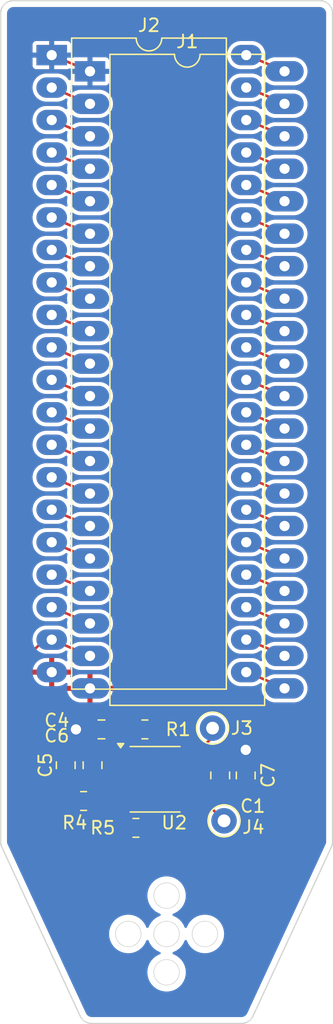
<source format=kicad_pcb>
(kicad_pcb (version 20221018) (generator pcbnew)

  (general
    (thickness 1.6)
  )

  (paper "A4")
  (title_block
    (title "PET sound adapter")
    (date "2024-04-10")
    (rev "2")
    (company "CCC Basel")
  )

  (layers
    (0 "F.Cu" signal)
    (31 "B.Cu" signal)
    (32 "B.Adhes" user "B.Adhesive")
    (33 "F.Adhes" user "F.Adhesive")
    (34 "B.Paste" user)
    (35 "F.Paste" user)
    (36 "B.SilkS" user "B.Silkscreen")
    (37 "F.SilkS" user "F.Silkscreen")
    (38 "B.Mask" user)
    (39 "F.Mask" user)
    (40 "Dwgs.User" user "User.Drawings")
    (41 "Cmts.User" user "User.Comments")
    (42 "Eco1.User" user "User.Eco1")
    (43 "Eco2.User" user "User.Eco2")
    (44 "Edge.Cuts" user)
    (45 "Margin" user)
    (46 "B.CrtYd" user "B.Courtyard")
    (47 "F.CrtYd" user "F.Courtyard")
    (48 "B.Fab" user)
    (49 "F.Fab" user)
    (50 "User.1" user)
    (51 "User.2" user)
    (52 "User.3" user)
    (53 "User.4" user)
    (54 "User.5" user)
    (55 "User.6" user)
    (56 "User.7" user)
    (57 "User.8" user)
    (58 "User.9" user)
  )

  (setup
    (pad_to_mask_clearance 0)
    (pcbplotparams
      (layerselection 0x00010fc_ffffffff)
      (plot_on_all_layers_selection 0x0000000_00000000)
      (disableapertmacros false)
      (usegerberextensions false)
      (usegerberattributes true)
      (usegerberadvancedattributes true)
      (creategerberjobfile true)
      (dashed_line_dash_ratio 12.000000)
      (dashed_line_gap_ratio 3.000000)
      (svgprecision 4)
      (plotframeref false)
      (viasonmask false)
      (mode 1)
      (useauxorigin false)
      (hpglpennumber 1)
      (hpglpenspeed 20)
      (hpglpendiameter 15.000000)
      (dxfpolygonmode true)
      (dxfimperialunits true)
      (dxfusepcbnewfont true)
      (psnegative false)
      (psa4output false)
      (plotreference true)
      (plotvalue true)
      (plotinvisibletext false)
      (sketchpadsonfab false)
      (subtractmaskfromsilk true)
      (outputformat 1)
      (mirror false)
      (drillshape 0)
      (scaleselection 1)
      (outputdirectory "plot")
    )
  )

  (net 0 "")
  (net 1 "+5V")
  (net 2 "GND")
  (net 3 "Net-(C5-Pad2)")
  (net 4 "Net-(U2-+)")
  (net 5 "/~{RESET}")
  (net 6 "Net-(U2--)")
  (net 7 "Net-(J3-Pin_1)")
  (net 8 "/P2")
  (net 9 "/P3")
  (net 10 "/P4")
  (net 11 "/P5")
  (net 12 "/P6")
  (net 13 "/P7")
  (net 14 "/P8")
  (net 15 "/P9")
  (net 16 "/P10")
  (net 17 "/P11")
  (net 18 "/P12")
  (net 19 "/P13")
  (net 20 "/P14")
  (net 21 "/P15")
  (net 22 "/P16")
  (net 23 "/P17")
  (net 24 "/P18")
  (net 25 "/CB2")
  (net 26 "/P21")
  (net 27 "/P22")
  (net 28 "/P23")
  (net 29 "/P24")
  (net 30 "/P25")
  (net 31 "/P26")
  (net 32 "/P27")
  (net 33 "/P28")
  (net 34 "/P29")
  (net 35 "/P30")
  (net 36 "/P31")
  (net 37 "/P32")
  (net 38 "/P33")
  (net 39 "/P34")
  (net 40 "/P35")
  (net 41 "/P36")
  (net 42 "/P37")
  (net 43 "/P38")
  (net 44 "/P39")
  (net 45 "/P40")
  (net 46 "Net-(J4-Pin_1)")

  (footprint "Package_DIP:DIP-40_W15.24mm_LongPads" (layer "F.Cu") (at 170 48.26))

  (footprint "Resistor_SMD:R_0805_2012Metric" (layer "F.Cu") (at 172.5 106.6))

  (footprint "Resistor_SMD:R_0805_2012Metric" (layer "F.Cu") (at 176.6 108.7))

  (footprint "Connector_Pin:Pin_D1.0mm_L10.0mm" (layer "F.Cu") (at 183.5 108.15))

  (footprint "Capacitor_SMD:C_0805_2012Metric" (layer "F.Cu") (at 185.2 104.6 90))

  (footprint "Package_SO:SOIC-8_3.9x4.9mm_P1.27mm" (layer "F.Cu") (at 178.1 104.9))

  (footprint "Capacitor_SMD:C_0805_2012Metric" (layer "F.Cu") (at 171.1 103.8 -90))

  (footprint "Resistor_SMD:R_0805_2012Metric" (layer "F.Cu") (at 177.3 101 180))

  (footprint "Connector_Pin:Pin_D1.0mm_L10.0mm" (layer "F.Cu") (at 182.6 100.9))

  (footprint "Capacitor_SMD:C_0805_2012Metric" (layer "F.Cu") (at 173.9 101))

  (footprint "Package_DIP:DIP-40_W15.24mm_LongPads" (layer "F.Cu") (at 173 49.53))

  (footprint "Capacitor_SMD:C_0805_2012Metric" (layer "F.Cu") (at 173.2 103.8 -90))

  (footprint "Capacitor_SMD:C_0805_2012Metric" (layer "F.Cu") (at 183.2 104.6 90))

  (gr_circle (center 179 117) (end 184 117)
    (stroke (width 0.1) (type default)) (fill none) (layer "Dwgs.User") (tstamp 2cb8a570-6bdf-4e15-a6a8-32790b012364))
  (gr_circle (center 179 117) (end 185.5 117)
    (stroke (width 0.1) (type default)) (fill none) (layer "Dwgs.User") (tstamp 3c218f49-1c63-4628-bd01-d9b4735d5564))
  (gr_arc (start 185.76877 123.421111) (mid 185.399758 123.84293) (end 184.861761 124)
    (stroke (width 0.1) (type default)) (layer "Edge.Cuts") (tstamp 03bced3a-4b70-4d32-a7b6-881a580f9891))
  (gr_line (start 184.861761 124) (end 173.138239 124)
    (stroke (width 0.1) (type default)) (layer "Edge.Cuts") (tstamp 210b70d9-10dc-400d-bb33-501d7fcaa62c))
  (gr_circle (center 179 117) (end 180 117)
    (stroke (width 0.05) (type default)) (fill none) (layer "Edge.Cuts") (tstamp 26dad797-6a85-48d2-911b-cf857b3966ff))
  (gr_arc (start 173.138239 124) (mid 172.600239 123.842945) (end 172.23123 123.421111)
    (stroke (width 0.1) (type default)) (layer "Edge.Cuts") (tstamp 29cd2930-432a-4e39-ba85-f5dfbcbec88a))
  (gr_circle (center 179 114) (end 180 114)
    (stroke (width 0.05) (type default)) (fill none) (layer "Edge.Cuts") (tstamp 7b4e3959-f8ef-4b8d-b600-e1db6f1f855a))
  (gr_circle (center 179 120) (end 180 120)
    (stroke (width 0.05) (type default)) (fill none) (layer "Edge.Cuts") (tstamp 7eda79e3-83fd-4e5c-bcdb-9d791c4fdf19))
  (gr_arc (start 166.092991 110.200288) (mid 166.023529 109.994805) (end 166 109.779177)
    (stroke (width 0.1) (type default)) (layer "Edge.Cuts") (tstamp 8eeb29f3-02a1-436e-b4d6-713e5c40eb39))
  (gr_line (start 192 45) (end 192 109.779177)
    (stroke (width 0.1) (type default)) (layer "Edge.Cuts") (tstamp 95d6bc16-3ed1-44cd-bbed-39c479e38e2b))
  (gr_arc (start 191 44) (mid 191.707107 44.292893) (end 192 45)
    (stroke (width 0.1) (type default)) (layer "Edge.Cuts") (tstamp 980fdde6-e686-4b10-a85a-ecd81d9fd806))
  (gr_line (start 172.23123 123.421111) (end 166.092991 110.200288)
    (stroke (width 0.1) (type default)) (layer "Edge.Cuts") (tstamp baf2f024-c3e9-46a2-af1b-6bd8cdddfea9))
  (gr_line (start 166 109.779177) (end 166 45)
    (stroke (width 0.1) (type default)) (layer "Edge.Cuts") (tstamp c03f3acd-7f90-42d2-90f7-b2f78dd62213))
  (gr_circle (center 182 117) (end 183 117)
    (stroke (width 0.05) (type default)) (fill none) (layer "Edge.Cuts") (tstamp c4ad0908-3738-4c14-823e-1d692bd8c13a))
  (gr_arc (start 192 109.779177) (mid 191.976476 109.994805) (end 191.907009 110.200288)
    (stroke (width 0.1) (type default)) (layer "Edge.Cuts") (tstamp d4d5a21c-c4fd-4953-8c56-b462c7936538))
  (gr_line (start 191.907009 110.200288) (end 185.76877 123.421111)
    (stroke (width 0.1) (type default)) (layer "Edge.Cuts") (tstamp e16bc323-46f1-49f0-a4f8-0551deeab13d))
  (gr_line (start 167 44) (end 191 44)
    (stroke (width 0.1) (type default)) (layer "Edge.Cuts") (tstamp e6ba1d31-16e8-472d-862f-fe7f06fc9d84))
  (gr_circle (center 176 117) (end 177 117)
    (stroke (width 0.05) (type default)) (fill none) (layer "Edge.Cuts") (tstamp e8dbb55a-0341-4943-a537-ae4db24d7eab))
  (gr_arc (start 166 45) (mid 166.292893 44.292893) (end 167 44)
    (stroke (width 0.1) (type default)) (layer "Edge.Cuts") (tstamp f69d738e-8624-4d50-9516-eea113062c39))

  (segment (start 182.335 104.265) (end 180.575 104.265) (width 0.2) (layer "F.Cu") (net 2) (tstamp 1e6f30c5-0abd-440a-8c74-cc766cee7044))
  (segment (start 183.2 103.65) (end 185.2 103.65) (width 0.2) (layer "F.Cu") (net 2) (tstamp 3533b2f7-5fcf-4803-a052-f3225ac84728))
  (segment (start 173.2 102.85) (end 173.2 102) (width 0.2) (layer "F.Cu") (net 2) (tstamp 40f188fa-6f8f-4b39-ad19-2247db0b89e7))
  (segment (start 185.2 103.65) (end 185.2 102.6) (width 0.2) (layer "F.Cu") (net 2) (tstamp 7cd90eac-7c6e-4731-bdae-9deaf1caafe4))
  (segment (start 172.95 101) (end 171.9 101) (width 0.2) (layer "F.Cu") (net 2) (tstamp 87aeadcf-ac43-478f-aed4-a86690efc9fb))
  (segment (start 183.2 103.65) (end 182.95 103.65) (width 0.2) (layer "F.Cu") (net 2) (tstamp 9a9906e2-499b-4c33-aaae-2b4d24d6b274))
  (segment (start 182.95 103.65) (end 182.335 104.265) (width 0.2) (layer "F.Cu") (net 2) (tstamp af7141d2-65d7-4c33-a753-4aa8e31c0345))
  (segment (start 173.2 101.25) (end 172.95 101) (width 0.2) (layer "F.Cu") (net 2) (tstamp cc4bdb66-3c2b-4122-92b3-bbf51fb12cd2))
  (segment (start 170 48.26) (end 173 49.53) (width 0.2) (layer "F.Cu") (net 2) (tstamp d22513c1-f8d5-4d31-b5f6-305f72674e12))
  (segment (start 173.2 102) (end 173.2 101.25) (width 0.2) (layer "F.Cu") (net 2) (tstamp ec0a2d11-fa68-4139-832d-4a8fdcd0f3dc))
  (via (at 185.2 102.6) (size 1.2) (drill 0.8) (layers "F.Cu" "B.Cu") (net 2) (tstamp 4c507c23-2331-444b-a564-89769aad8d5b))
  (via (at 171.9 101) (size 1.2) (drill 0.8) (layers "F.Cu" "B.Cu") (net 2) (tstamp 7c130086-c8cc-4644-84fb-10053e1f25c1))
  (segment (start 171.5875 106.6) (end 171.5875 105.2375) (width 0.2) (layer "F.Cu") (net 3) (tstamp 51dc7c71-dab9-4088-befb-e186585e52c3))
  (segment (start 171.5875 105.2375) (end 171.1 104.75) (width 0.2) (layer "F.Cu") (net 3) (tstamp f771ef57-34dd-4f5b-87ee-c97c867c2eb6))
  (segment (start 175.625 105.535) (end 175.625 104.265) (width 0.2) (layer "F.Cu") (net 4) (tstamp 53419dbd-3b28-4c94-867a-fb31062a5e3c))
  (segment (start 173.55 104.4) (end 175.49 104.4) (width 0.2) (layer "F.Cu") (net 4) (tstamp 964aec08-0053-412b-8765-a49b6e234407))
  (segment (start 175.49 104.4) (end 175.625 104.265) (width 0.2) (layer "F.Cu") (net 4) (tstamp a2bb18cb-5941-4892-9c6e-25baf03246d3))
  (segment (start 173.2 104.75) (end 173.55 104.4) (width 0.2) (layer "F.Cu") (net 4) (tstamp d84eae76-98f7-418d-a0fd-4514c03c1ab5))
  (segment (start 175.625 102.995) (end 174.995 102.995) (width 0.2) (layer "F.Cu") (net 5) (tstamp 5081add6-6da1-4924-a73a-14dd90627542))
  (segment (start 174.85 102.85) (end 174.85 101) (width 0.2) (layer "F.Cu") (net 5) (tstamp 61d03409-882f-4cfe-bab0-dc40d2979b5b))
  (segment (start 174.85 101) (end 176.3875 101) (width 0.2) (layer "F.Cu") (net 5) (tstamp 8d163d35-2702-436e-9878-aca716381d7a))
  (segment (start 174.995 102.995) (end 174.85 102.85) (width 0.2) (layer "F.Cu") (net 5) (tstamp c1cac53d-76d4-4aa3-a8a6-6c5bc3d4d614))
  (segment (start 175.625 106.805) (end 173.6175 106.805) (width 0.2) (layer "F.Cu") (net 6) (tstamp 6fe4ce2e-b7e8-40d9-bf1c-d182301c75b2))
  (segment (start 173.6175 106.805) (end 173.4125 106.6) (width 0.2) (layer "F.Cu") (net 6) (tstamp 857ac316-7ac8-4622-88a9-a53c5d1e070b))
  (segment (start 175.625 106.805) (end 175.625 108.6375) (width 0.2) (layer "F.Cu") (net 6) (tstamp ad1bfcd2-0a5d-497c-b54a-fa650328b9be))
  (segment (start 175.625 108.6375) (end 175.6875 108.7) (width 0.2) (layer "F.Cu") (net 6) (tstamp b95ab544-34f5-4f47-b678-5c8372803f53))
  (segment (start 180.575 102.995) (end 181.205 102.995) (width 0.2) (layer "F.Cu") (net 7) (tstamp 4a780a5d-3f1c-4cc1-aa56-301e40677ad2))
  (segment (start 181.205 102.995) (end 182.6 101.6) (width 0.2) (layer "F.Cu") (net 7) (tstamp 671100cd-f80c-48cb-bf09-e5c5ccaea581))
  (segment (start 182.6 101.6) (end 182.6 100.9) (width 0.2) (layer "F.Cu") (net 7) (tstamp e23fa335-66b0-4027-9207-af23abcab3b5))
  (segment (start 170 50.8) (end 173 52.07) (width 0.2) (layer "F.Cu") (net 8) (tstamp 8751eb45-7a83-4fe7-b5de-760e488b5b91))
  (segment (start 170 53.34) (end 173 54.61) (width 0.2) (layer "F.Cu") (net 9) (tstamp fb5b673e-1eea-49f9-8047-5e9812ffddf4))
  (segment (start 170 55.88) (end 173 57.15) (width 0.2) (layer "F.Cu") (net 10) (tstamp 231280e4-5daa-4cc8-8628-adc2631efde1))
  (segment (start 170 58.42) (end 173 59.69) (width 0.2) (layer "F.Cu") (net 11) (tstamp 4c747642-d6d2-442d-bf0a-ea01eeff6225))
  (segment (start 170 60.96) (end 173 62.23) (width 0.2) (layer "F.Cu") (net 12) (tstamp dbdaf9fd-8081-4844-99a4-1a4bd7befaf9))
  (segment (start 170 63.5) (end 173 64.77) (width 0.2) (layer "F.Cu") (net 13) (tstamp 2da7f201-68cb-48c9-a15b-b3b9a4baf43e))
  (segment (start 170 66.04) (end 173 67.31) (width 0.2) (layer "F.Cu") (net 14) (tstamp 51ef0d21-b78a-4462-b415-fd42ebf34514))
  (segment (start 170 68.58) (end 173 69.85) (width 0.2) (layer "F.Cu") (net 15) (tstamp 981e178b-6f2f-4c89-a6fa-83d209b406b1))
  (segment (start 170 71.12) (end 173 72.39) (width 0.2) (layer "F.Cu") (net 16) (tstamp a44075b6-6dfb-4159-b34a-467145232eef))
  (segment (start 170 73.66) (end 173 74.93) (width 0.2) (layer "F.Cu") (net 17) (tstamp d9d328da-e943-4266-8b93-6066c296f49d))
  (segment (start 170 76.2) (end 173 77.47) (width 0.2) (layer "F.Cu") (net 18) (tstamp f0893e25-5fbc-4f4d-ab04-3658e9b460c8))
  (segment (start 170 78.74) (end 173 80.01) (width 0.2) (layer "F.Cu") (net 19) (tstamp 5ff35c06-2427-48ec-8e7a-3a1fb31f2934))
  (segment (start 170 81.28) (end 173 82.55) (width 0.2) (layer "F.Cu") (net 20) (tstamp 5b7e4d9e-609d-4f84-9daa-478f67a9ae01))
  (segment (start 170 83.82) (end 173 85.09) (width 0.2) (layer "F.Cu") (net 21) (tstamp 946aecd3-d4d4-41bc-b24b-a80093e29fa1))
  (segment (start 170 86.36) (end 173 87.63) (width 0.2) (layer "F.Cu") (net 22) (tstamp d2f423d8-7b60-4698-8fff-7a321e4ae62e))
  (segment (start 170 88.9) (end 173 90.17) (width 0.2) (layer "F.Cu") (net 23) (tstamp 0c97040f-a9a0-43ca-9987-a56bff506c10))
  (segment (start 170 91.44) (end 173 92.71) (width 0.2) (layer "F.Cu") (net 24) (tstamp 216725b9-69a5-40f8-94bc-f93fbbf3a136))
  (segment (start 167.7 95.7) (end 169.42 93.98) (width 0.2) (layer "F.Cu") (net 25) (tstamp 66b2d912-2992-4178-9a05-0cfedde4e250))
  (segment (start 170 93.98) (end 173 95.25) (width 0.2) (layer "F.Cu") (net 25) (tstamp 77291d18-2578-4787-ade2-a9caa0c986e7))
  (segment (start 169.42 93.98) (end 170 93.98) (width 0.2) (layer "F.Cu") (net 25) (tstamp 7becb851-e8af-4f28-a6be-bb30265d479b))
  (segment (start 167.7 99.45) (end 167.7 95.7) (width 0.2) (layer "F.Cu") (net 25) (tstamp 9cd99e70-dfbf-4da1-9b8b-ce65402ecfac))
  (segment (start 171.1 102.85) (end 167.7 99.45) (width 0.2) (layer "F.Cu") (net 25) (tstamp ef38c122-d5f7-43b3-a84d-3e82de198ef6))
  (segment (start 185.3 96.52) (end 188.3 97.79) (width 0.2) (layer "F.Cu") (net 26) (tstamp b301a41f-1941-429b-a9b6-a6ab4b7304cd))
  (segment (start 185.3 93.98) (end 188.3 95.25) (width 0.2) (layer "F.Cu") (net 27) (tstamp e0c61084-cc17-4f81-8852-2697ef3193a9))
  (segment (start 185.3 91.44) (end 188.3 92.71) (width 0.2) (layer "F.Cu") (net 28) (tstamp 7fd692c6-0a46-4925-a12f-27669f2158c8))
  (segment (start 185.3 88.9) (end 188.3 90.17) (width 0.2) (layer "F.Cu") (net 29) (tstamp a1dcef9b-ec61-455a-aba6-ab0477383f2d))
  (segment (start 185.3 86.36) (end 188.3 87.63) (width 0.2) (layer "F.Cu") (net 30) (tstamp 4c9e1cf4-5508-497f-a1dc-2943eea506a2))
  (segment (start 185.3 83.82) (end 188.3 85.09) (width 0.2) (layer "F.Cu") (net 31) (tstamp 71d0f460-1c0d-4499-a3a1-deea8d710d47))
  (segment (start 185.3 81.28) (end 188.3 82.55) (width 0.2) (layer "F.Cu") (net 32) (tstamp 303baa39-5157-41c8-92dc-3535862e94da))
  (segment (start 185.3 78.74) (end 188.3 80.01) (width 0.2) (layer "F.Cu") (net 33) (tstamp 412c25c8-1ce9-4e5d-ba89-7b88902cca3f))
  (segment (start 185.3 76.2) (end 188.3 77.47) (width 0.2) (layer "F.Cu") (net 34) (tstamp 75d042ab-6436-4497-bc08-1580099ec745))
  (segment (start 185.3 73.66) (end 188.3 74.93) (width 0.2) (layer "F.Cu") (net 35) (tstamp f2dca67b-7b74-405b-a1e6-97a42725429c))
  (segment (start 185.3 71.12) (end 188.3 72.39) (width 0.2) (layer "F.Cu") (net 36) (tstamp 370e3bd5-8fa1-4d5e-8448-e986b8a02fab))
  (segment (start 185.3 68.58) (end 188.3 69.85) (width 0.2) (layer "F.Cu") (net 37) (tstamp 7db3452c-ef78-4e0f-82a9-691ed45a9575))
  (segment (start 185.3 66.04) (end 188.3 67.31) (width 0.2) (layer "F.Cu") (net 38) (tstamp 06218018-3ce4-4488-accd-b58dc5eb8cac))
  (segment (start 185.3 63.5) (end 188.3 64.77) (width 0.2) (layer "F.Cu") (net 39) (tstamp 47dc1df6-ea9b-4d94-92af-b82dc48de1f8))
  (segment (start 185.3 60.96) (end 188.3 62.23) (width 0.2) (layer "F.Cu") (net 40) (tstamp c9ea7eb0-fb80-42fd-9c07-c9fed76cf0fd))
  (segment (start 185.3 58.42) (end 188.3 59.69) (width 0.2) (layer "F.Cu") (net 41) (tstamp 173d022d-633e-4f67-a5a4-b41c3b0f54a5))
  (segment (start 185.3 55.88) (end 188.3 57.15) (width 0.2) (layer "F.Cu") (net 42) (tstamp 396ededb-5291-4ff6-902a-13c0e8793d29))
  (segment (start 185.3 53.34) (end 188.3 54.61) (width 0.2) (layer "F.Cu") (net 43) (tstamp a58abbaa-442d-42c0-845d-bd21c7e4d641))
  (segment (start 185.3 50.8) (end 188.3 52.07) (width 0.2) (layer "F.Cu") (net 44) (tstamp 9da0125e-2634-4d6d-a16c-3f21590d2d9e))
  (segment (start 185.3 48.26) (end 188.3 49.53) (width 0.2) (layer "F.Cu") (net 45) (tstamp 72332c6e-4593-4526-bdb3-2f8edac60717))
  (segment (start 179.4075 106.805) (end 177.5125 108.7) (width 0.2) (layer "F.Cu") (net 46) (tstamp 32bf8ac1-2c44-4a20-84f7-b173712680ec))
  (segment (start 182.155 106.805) (end 183.5 108.15) (width 0.2) (layer "F.Cu") (net 46) (tstamp 7fdb6ad0-2c5a-4f94-9ac4-2e110c9c6f95))
  (segment (start 180.575 106.805) (end 182.155 106.805) (width 0.2) (layer "F.Cu") (net 46) (tstamp 8089779b-64c5-4a0c-b2a2-3690ccce2b30))
  (segment (start 180.575 106.805) (end 179.4075 106.805) (width 0.2) (layer "F.Cu") (net 46) (tstamp faa8203a-de6e-45db-8d2e-64a1386e2225))

  (zone (net 1) (net_name "+5V") (layer "F.Cu") (tstamp f77fdd38-e256-447b-92e8-f59d3b35b4b6) (hatch edge 0.5)
    (connect_pads (clearance 0.3))
    (min_thickness 0.2) (filled_areas_thickness no)
    (fill yes (thermal_gap 0.3) (thermal_bridge_width 0.4))
    (polygon
      (pts
        (xy 192 44)
        (xy 192 110)
        (xy 166 110)
        (xy 166 44)
      )
    )
    (filled_polygon
      (layer "F.Cu")
      (pts
        (xy 191.005512 44.501121)
        (xy 191.100073 44.511775)
        (xy 191.121669 44.516705)
        (xy 191.206202 44.546283)
        (xy 191.226168 44.555899)
        (xy 191.264079 44.57972)
        (xy 191.301987 44.60354)
        (xy 191.319319 44.617361)
        (xy 191.382638 44.68068)
        (xy 191.396459 44.698012)
        (xy 191.444098 44.773828)
        (xy 191.453718 44.793803)
        (xy 191.483293 44.878326)
        (xy 191.488225 44.899938)
        (xy 191.498877 44.99447)
        (xy 191.4995 45.005555)
        (xy 191.4995 109.70721)
        (xy 191.499498 109.707244)
        (xy 191.499499 109.775596)
        (xy 191.49924 109.78276)
        (xy 191.494787 109.844147)
        (xy 191.492717 109.85833)
        (xy 191.480227 109.914895)
        (xy 191.476134 109.928625)
        (xy 191.473311 109.936076)
        (xy 191.435013 109.983793)
        (xy 191.380733 110)
        (xy 166.619275 110)
        (xy 166.561084 109.981093)
        (xy 166.526701 109.936085)
        (xy 166.523866 109.928604)
        (xy 166.519776 109.914889)
        (xy 166.507273 109.858281)
        (xy 166.505206 109.844116)
        (xy 166.50076 109.782894)
        (xy 166.5005 109.775724)
        (xy 166.5005 99.513437)
        (xy 167.2995 99.513437)
        (xy 167.306953 99.536374)
        (xy 167.310579 99.551474)
        (xy 167.314354 99.575306)
        (xy 167.325301 99.596788)
        (xy 167.331247 99.611142)
        (xy 167.338703 99.634088)
        (xy 167.338702 99.634088)
        (xy 167.352884 99.653608)
        (xy 167.360997 99.666847)
        (xy 167.37195 99.688342)
        (xy 167.371951 99.688343)
        (xy 167.39203 99.708423)
        (xy 167.392031 99.708423)
        (xy 167.394513 99.710905)
        (xy 167.394516 99.710909)
        (xy 168.810292 101.126684)
        (xy 170.05887 102.375262)
        (xy 170.086647 102.429779)
        (xy 170.085186 102.462051)
        (xy 170.08588 102.462135)
        (xy 170.0745 102.556893)
        (xy 170.0745 103.143106)
        (xy 170.085123 103.231565)
        (xy 170.140637 103.372339)
        (xy 170.140638 103.372341)
        (xy 170.140639 103.372342)
        (xy 170.232078 103.492922)
        (xy 170.352658 103.584361)
        (xy 170.352659 103.584361)
        (xy 170.35266 103.584362)
        (xy 170.373667 103.592646)
        (xy 170.493436 103.639877)
        (xy 170.581898 103.6505)
        (xy 170.5819 103.6505)
        (xy 171.6181 103.6505)
        (xy 171.618102 103.6505)
        (xy 171.706564 103.639877)
        (xy 171.847342 103.584361)
        (xy 171.967922 103.492922)
        (xy 172.059361 103.372342)
        (xy 172.059364 103.372333)
        (xy 172.062679 103.36644)
        (xy 172.064826 103.367647)
        (xy 172.096836 103.328844)
        (xy 172.156078 103.313545)
        (xy 172.212998 103.335989)
        (xy 172.23576 103.367317)
        (xy 172.237321 103.36644)
        (xy 172.240637 103.372339)
        (xy 172.240639 103.372342)
        (xy 172.332078 103.492922)
        (xy 172.452658 103.584361)
        (xy 172.452659 103.584361)
        (xy 172.45266 103.584362)
        (xy 172.473667 103.592646)
        (xy 172.593436 103.639877)
        (xy 172.681898 103.6505)
        (xy 172.6819 103.6505)
        (xy 173.7181 103.6505)
        (xy 173.718102 103.6505)
        (xy 173.806564 103.639877)
        (xy 173.947342 103.584361)
        (xy 174.067922 103.492922)
        (xy 174.159361 103.372342)
        (xy 174.190428 103.293561)
        (xy 174.229363 103.246367)
        (xy 174.288605 103.23107)
        (xy 174.345525 103.253516)
        (xy 174.375968 103.297185)
        (xy 174.397207 103.357883)
        (xy 174.477845 103.467144)
        (xy 174.477847 103.467146)
        (xy 174.47785 103.46715)
        (xy 174.477853 103.467152)
        (xy 174.477855 103.467154)
        (xy 174.590574 103.550345)
        (xy 174.626167 103.600113)
        (xy 174.625709 103.661296)
        (xy 174.590574 103.709655)
        (xy 174.477855 103.792845)
        (xy 174.477845 103.792855)
        (xy 174.397207 103.902115)
        (xy 174.386331 103.933199)
        (xy 174.349265 103.981879)
        (xy 174.292887 103.9995)
        (xy 173.925234 103.9995)
        (xy 173.888916 103.992598)
        (xy 173.806564 103.960123)
        (xy 173.718106 103.9495)
        (xy 173.718102 103.9495)
        (xy 172.681898 103.9495)
        (xy 172.681893 103.9495)
        (xy 172.593434 103.960123)
        (xy 172.45266 104.015637)
        (xy 172.452656 104.01564)
        (xy 172.332081 104.107075)
        (xy 172.332075 104.107081)
        (xy 172.24064 104.227656)
        (xy 172.237321 104.23356)
        (xy 172.235175 104.232353)
        (xy 172.203153 104.271162)
        (xy 172.143909 104.286453)
        (xy 172.086992 104.264002)
        (xy 172.064237 104.232683)
        (xy 172.062679 104.23356)
        (xy 172.059363 104.227663)
        (xy 172.059361 104.227658)
        (xy 171.967922 104.107078)
        (xy 171.847342 104.015639)
        (xy 171.847341 104.015638)
        (xy 171.847339 104.015637)
        (xy 171.706565 103.960123)
        (xy 171.618106 103.9495)
        (xy 171.618102 103.9495)
        (xy 170.581898 103.9495)
        (xy 170.581893 103.9495)
        (xy 170.493434 103.960123)
        (xy 170.35266 104.015637)
        (xy 170.352656 104.01564)
        (xy 170.232081 104.107075)
        (xy 170.232075 104.107081)
        (xy 170.14064 104.227656)
        (xy 170.140637 104.22766)
        (xy 170.085123 104.368434)
        (xy 170.0745 104.456893)
        (xy 170.0745 105.043106)
        (xy 170.085123 105.131565)
        (xy 170.140637 105.272339)
        (xy 170.140638 105.272341)
        (xy 170.140639 105.272342)
        (xy 170.232078 105.392922)
        (xy 170.352658 105.484361)
        (xy 170.352659 105.484361)
        (xy 170.35266 105.484362)
        (xy 170.42275 105.512002)
        (xy 170.493436 105.539877)
        (xy 170.581898 105.5505)
        (xy 170.910098 105.5505)
        (xy 170.968289 105.569407)
        (xy 171.004253 105.618907)
        (xy 171.004253 105.680093)
        (xy 170.969917 105.728384)
        (xy 170.932081 105.757075)
        (xy 170.932075 105.757081)
        (xy 170.84064 105.877656)
        (xy 170.840637 105.87766)
        (xy 170.785123 106.018434)
        (xy 170.7745 106.106893)
        (xy 170.7745 107.093106)
        (xy 170.785123 107.181565)
        (xy 170.840637 107.322339)
        (xy 170.840638 107.322341)
        (xy 170.840639 107.322342)
        (xy 170.932078 107.442922)
        (xy 171.052658 107.534361)
        (xy 171.052659 107.534361)
        (xy 171.05266 107.534362)
        (xy 171.111742 107.557661)
        (xy 171.193436 107.589877)
        (xy 171.281898 107.6005)
        (xy 171.2819 107.6005)
        (xy 171.8931 107.6005)
        (xy 171.893102 107.6005)
        (xy 171.981564 107.589877)
        (xy 172.122342 107.534361)
        (xy 172.242922 107.442922)
        (xy 172.334361 107.322342)
        (xy 172.389877 107.181564)
        (xy 172.4005 107.093102)
        (xy 172.4005 106.106898)
        (xy 172.389877 106.018436)
        (xy 172.342337 105.897883)
        (xy 172.334362 105.87766)
        (xy 172.334361 105.877659)
        (xy 172.334361 105.877658)
        (xy 172.242922 105.757078)
        (xy 172.122342 105.665639)
        (xy 172.122341 105.665638)
        (xy 172.122339 105.665637)
        (xy 172.050681 105.637379)
        (xy 172.003484 105.598442)
        (xy 171.988 105.545282)
        (xy 171.988 105.399737)
        (xy 172.006907 105.341546)
        (xy 172.008072 105.339975)
        (xy 172.059361 105.272342)
        (xy 172.059362 105.272337)
        (xy 172.062679 105.26644)
        (xy 172.064826 105.267647)
        (xy 172.096836 105.228844)
        (xy 172.156078 105.213545)
        (xy 172.212998 105.235989)
        (xy 172.23576 105.267317)
        (xy 172.237321 105.26644)
        (xy 172.240637 105.272339)
        (xy 172.240639 105.272342)
        (xy 172.332078 105.392922)
        (xy 172.452658 105.484361)
        (xy 172.452659 105.484361)
        (xy 172.45266 105.484362)
        (xy 172.52275 105.512002)
        (xy 172.593436 105.539877)
        (xy 172.681898 105.5505)
        (xy 172.6819 105.5505)
        (xy 172.735098 105.5505)
        (xy 172.793289 105.569407)
        (xy 172.829253 105.618907)
        (xy 172.829253 105.680093)
        (xy 172.794917 105.728384)
        (xy 172.757081 105.757075)
        (xy 172.757075 105.757081)
        (xy 172.66564 105.877656)
        (xy 172.665637 105.87766)
        (xy 172.610123 106.018434)
        (xy 172.5995 106.106893)
        (xy 172.5995 107.093106)
        (xy 172.610123 107.181565)
        (xy 172.665637 107.322339)
        (xy 172.665638 107.322341)
        (xy 172.665639 107.322342)
        (xy 172.757078 107.442922)
        (xy 172.877658 107.534361)
        (xy 172.877659 107.534361)
        (xy 172.87766 107.534362)
        (xy 172.936742 107.557661)
        (xy 173.018436 107.589877)
        (xy 173.106898 107.6005)
        (xy 173.1069 107.6005)
        (xy 173.7181 107.6005)
        (xy 173.718102 107.6005)
        (xy 173.806564 107.589877)
        (xy 173.947342 107.534361)
        (xy 174.067922 107.442922)
        (xy 174.159361 107.322342)
        (xy 174.18072 107.268181)
        (xy 174.219657 107.220984)
        (xy 174.272817 107.2055)
        (xy 174.374992 107.2055)
        (xy 174.433183 107.224407)
        (xy 174.454648 107.245712)
        (xy 174.47785 107.27715)
        (xy 174.587116 107.357792)
        (xy 174.587117 107.357792)
        (xy 174.587118 107.357793)
        (xy 174.715301 107.402646)
        (xy 174.745725 107.405499)
        (xy 174.745727 107.4055)
        (xy 174.745734 107.4055)
        (xy 175.1255 107.4055)
        (xy 175.183691 107.424407)
        (xy 175.219655 107.473907)
        (xy 175.2245 107.5045)
        (xy 175.2245 107.669929)
        (xy 175.205593 107.72812)
        (xy 175.16182 107.762026)
        (xy 175.152659 107.765638)
        (xy 175.152656 107.76564)
        (xy 175.032081 107.857075)
        (xy 175.032075 107.857081)
        (xy 174.94064 107.977656)
        (xy 174.940637 107.97766)
        (xy 174.885123 108.118434)
        (xy 174.8745 108.206893)
        (xy 174.8745 109.193106)
        (xy 174.885123 109.281565)
        (xy 174.940637 109.422339)
        (xy 174.940638 109.422341)
        (xy 174.940639 109.422342)
        (xy 175.032078 109.542922)
        (xy 175.152658 109.634361)
        (xy 175.152659 109.634361)
        (xy 175.15266 109.634362)
        (xy 175.223047 109.662119)
        (xy 175.293436 109.689877)
        (xy 175.381898 109.7005)
        (xy 175.3819 109.7005)
        (xy 175.9931 109.7005)
        (xy 175.993102 109.7005)
        (xy 176.081564 109.689877)
        (xy 176.222342 109.634361)
        (xy 176.342922 109.542922)
        (xy 176.434361 109.422342)
        (xy 176.489877 109.281564)
        (xy 176.5005 109.193106)
        (xy 176.6995 109.193106)
        (xy 176.710123 109.281565)
        (xy 176.765637 109.422339)
        (xy 176.765638 109.422341)
        (xy 176.765639 109.422342)
        (xy 176.857078 109.542922)
        (xy 176.977658 109.634361)
        (xy 176.977659 109.634361)
        (xy 176.97766 109.634362)
        (xy 177.048047 109.662119)
        (xy 177.118436 109.689877)
        (xy 177.206898 109.7005)
        (xy 177.2069 109.7005)
        (xy 177.8181 109.7005)
        (xy 177.818102 109.7005)
        (xy 177.906564 109.689877)
        (xy 178.047342 109.634361)
        (xy 178.167922 109.542922)
        (xy 178.259361 109.422342)
        (xy 178.314877 109.281564)
        (xy 178.3255 109.193102)
        (xy 178.3255 108.4944)
        (xy 178.344407 108.436209)
        (xy 178.35449 108.424402)
        (xy 179.410123 107.368768)
        (xy 179.464638 107.340993)
        (xy 179.52507 107.350564)
        (xy 179.534706 107.356519)
        (xy 179.537116 107.357792)
        (xy 179.537117 107.357792)
        (xy 179.537118 107.357793)
        (xy 179.665301 107.402646)
        (xy 179.695725 107.405499)
        (xy 179.695727 107.4055)
        (xy 179.695734 107.4055)
        (xy 181.454273 107.4055)
        (xy 181.454273 107.405499)
        (xy 181.484699 107.402646)
        (xy 181.612882 107.357793)
        (xy 181.72215 107.27715)
        (xy 181.745352 107.245711)
        (xy 181.79512 107.210119)
        (xy 181.825008 107.2055)
        (xy 181.948099 107.2055)
        (xy 182.00629 107.224407)
        (xy 182.018103 107.234496)
        (xy 182.292251 107.508644)
        (xy 182.320028 107.563161)
        (xy 182.311972 107.620486)
        (xy 182.273261 107.703503)
        (xy 182.27326 107.703505)
        (xy 182.214363 107.923315)
        (xy 182.194532 108.149996)
        (xy 182.194532 108.150003)
        (xy 182.214363 108.376684)
        (xy 182.214364 108.376691)
        (xy 182.214365 108.376692)
        (xy 182.234917 108.453393)
        (xy 182.273262 108.5965)
        (xy 182.369426 108.802723)
        (xy 182.369434 108.802737)
        (xy 182.499946 108.98913)
        (xy 182.499947 108.989132)
        (xy 182.49995 108.989135)
        (xy 182.499953 108.989139)
        (xy 182.660861 109.150047)
        (xy 182.660864 109.150049)
        (xy 182.660867 109.150052)
        (xy 182.660869 109.150053)
        (xy 182.72235 109.193102)
        (xy 182.847266 109.280568)
        (xy 182.847272 109.280571)
        (xy 182.847276 109.280573)
        (xy 183.0535 109.376737)
        (xy 183.053504 109.376739)
        (xy 183.273308 109.435635)
        (xy 183.273312 109.435635)
        (xy 183.273315 109.435636)
        (xy 183.499997 109.455468)
        (xy 183.5 109.455468)
        (xy 183.500003 109.455468)
        (xy 183.726684 109.435636)
        (xy 183.726685 109.435635)
        (xy 183.726692 109.435635)
        (xy 183.946496 109.376739)
        (xy 184.152734 109.280568)
        (xy 184.339139 109.150047)
        (xy 184.500047 108.989139)
        (xy 184.630568 108.802734)
        (xy 184.726739 108.596496)
        (xy 184.785635 108.376692)
        (xy 184.805468 108.15)
        (xy 184.802707 108.118436)
        (xy 184.785636 107.923315)
        (xy 184.785635 107.923312)
        (xy 184.785635 107.923308)
        (xy 184.726739 107.703504)
        (xy 184.711083 107.669929)
        (xy 184.630573 107.497276)
        (xy 184.630571 107.497272)
        (xy 184.630568 107.497266)
        (xy 184.527847 107.350564)
        (xy 184.500053 107.310869)
        (xy 184.500052 107.310867)
        (xy 184.500049 107.310864)
        (xy 184.500047 107.310861)
        (xy 184.339139 107.149953)
        (xy 184.339135 107.14995)
        (xy 184.339132 107.149947)
        (xy 184.33913 107.149946)
        (xy 184.152737 107.019434)
        (xy 184.152736 107.019433)
        (xy 184.152734 107.019432)
        (xy 184.152731 107.01943)
        (xy 184.152723 107.019426)
        (xy 183.946499 106.923262)
        (xy 183.9465 106.923262)
        (xy 183.873228 106.903629)
        (xy 183.726692 106.864365)
        (xy 183.726691 106.864364)
        (xy 183.726684 106.864363)
        (xy 183.500003 106.844532)
        (xy 183.499997 106.844532)
        (xy 183.273315 106.864363)
        (xy 183.053505 106.92326)
        (xy 183.053503 106.923261)
        (xy 182.970486 106.961972)
        (xy 182.909757 106.969428)
        (xy 182.858645 106.942251)
        (xy 182.413425 106.497032)
        (xy 182.413424 106.497032)
        (xy 182.413423 106.497031)
        (xy 182.413423 106.49703)
        (xy 182.393343 106.476951)
        (xy 182.393342 106.47695)
        (xy 182.371845 106.465996)
        (xy 182.358604 106.457881)
        (xy 182.35352 106.454187)
        (xy 182.34701 106.445227)
        (xy 182.346803 106.445175)
        (xy 182.346499 106.446111)
        (xy 182.316142 106.436247)
        (xy 182.301788 106.430301)
        (xy 182.280306 106.419354)
        (xy 182.256474 106.415579)
        (xy 182.241374 106.411953)
        (xy 182.218437 106.4045)
        (xy 182.218433 106.4045)
        (xy 182.186519 106.4045)
        (xy 181.825008 106.4045)
        (xy 181.766817 106.385593)
        (xy 181.745352 106.364288)
        (xy 181.734807 106.35)
        (xy 181.72215 106.33285)
        (xy 181.722149 106.332849)
        (xy 181.609004 106.249344)
        (xy 181.573411 106.199576)
        (xy 181.573869 106.138393)
        (xy 181.609004 106.090034)
        (xy 181.721787 106.006795)
        (xy 181.721792 106.00679)
        (xy 181.802345 105.897647)
        (xy 181.821444 105.843064)
        (xy 182.175 105.843064)
        (xy 182.185613 105.931443)
        (xy 182.24108 106.072095)
        (xy 182.332435 106.192564)
        (xy 182.332438 106.192567)
        (xy 182.442057 106.275694)
        (xy 182.446201 106.281651)
        (xy 182.448032 106.281999)
        (xy 182.593553 106.339385)
        (xy 182.681935 106.349999)
        (xy 182.681942 106.35)
        (xy 182.999999 106.35)
        (xy 183 106.349999)
        (xy 183.4 106.349999)
        (xy 183.400001 106.35)
        (xy 183.718058 106.35)
        (xy 183.718064 106.349999)
        (xy 183.806443 106.339386)
        (xy 183.947095 106.283919)
        (xy 184.067564 106.192564)
        (xy 184.067567 106.192561)
        (xy 184.121116 106.121947)
        (xy 184.171343 106.087004)
        (xy 184.232515 106.088258)
        (xy 184.278884 106.121947)
        (xy 184.332432 106.192561)
        (xy 184.332435 106.192564)
        (xy 184.452904 106.283919)
        (xy 184.593556 106.339386)
        (xy 184.681935 106.349999)
        (xy 184.681942 106.35)
        (xy 184.999999 106.35)
        (xy 185 106.349999)
        (xy 185.4 106.349999)
        (xy 185.400001 106.35)
        (xy 185.718058 106.35)
        (xy 185.718064 106.349999)
        (xy 185.806443 106.339386)
        (xy 185.947095 106.283919)
        (xy 186.067564 106.192564)
        (xy 186.158919 106.072095)
        (xy 186.214386 105.931443)
        (xy 186.224999 105.843064)
        (xy 186.225 105.843058)
        (xy 186.225 105.750001)
        (xy 186.224999 105.75)
        (xy 185.400001 105.75)
        (xy 185.4 105.750001)
        (xy 185.4 106.349999)
        (xy 185 106.349999)
        (xy 185 105.750001)
        (xy 184.999999 105.75)
        (xy 183.400001 105.75)
        (xy 183.4 105.750001)
        (xy 183.4 106.349999)
        (xy 183 106.349999)
        (xy 183 105.750001)
        (xy 182.999999 105.75)
        (xy 182.175001 105.75)
        (xy 182.175 105.750001)
        (xy 182.175 105.843064)
        (xy 181.821444 105.843064)
        (xy 181.847149 105.769601)
        (xy 181.849999 105.739211)
        (xy 181.85 105.73921)
        (xy 181.85 105.735001)
        (xy 181.849999 105.735)
        (xy 179.300002 105.735)
        (xy 179.300001 105.735001)
        (xy 179.300001 105.739203)
        (xy 179.30285 105.7696)
        (xy 179.30285 105.769602)
        (xy 179.347654 105.897647)
        (xy 179.428207 106.00679)
        (xy 179.428209 106.006792)
        (xy 179.540996 106.090034)
        (xy 179.576588 106.139802)
        (xy 179.57613 106.200986)
        (xy 179.540996 106.249344)
        (xy 179.427849 106.33285)
        (xy 179.403155 106.366311)
        (xy 179.353387 106.401904)
        (xy 179.348511 106.403055)
        (xy 179.321124 106.411953)
        (xy 179.306025 106.415578)
        (xy 179.282201 106.419352)
        (xy 179.282195 106.419354)
        (xy 179.260696 106.430307)
        (xy 179.246357 106.436246)
        (xy 179.223414 106.443702)
        (xy 179.223411 106.443704)
        (xy 179.203892 106.457884)
        (xy 179.190656 106.465995)
        (xy 179.169158 106.47695)
        (xy 179.146594 106.499513)
        (xy 179.146592 106.499515)
        (xy 179.14659 106.499515)
        (xy 179.146591 106.499516)
        (xy 177.966856 107.679249)
        (xy 177.912339 107.707026)
        (xy 177.885048 107.707539)
        (xy 177.818107 107.6995)
        (xy 177.818102 107.6995)
        (xy 177.206898 107.6995)
        (xy 177.206893 107.6995)
        (xy 177.118434 107.710123)
        (xy 176.97766 107.765637)
        (xy 176.977656 107.76564)
        (xy 176.857081 107.857075)
        (xy 176.857075 107.857081)
        (xy 176.76564 107.977656)
        (xy 176.765637 107.97766)
        (xy 176.710123 108.118434)
        (xy 176.6995 108.206893)
        (xy 176.6995 109.193106)
        (xy 176.5005 109.193106)
        (xy 176.5005 109.193102)
        (xy 176.5005 108.206898)
        (xy 176.489877 108.118436)
        (xy 176.434361 107.977658)
        (xy 176.342922 107.857078)
        (xy 176.222342 107.765639)
        (xy 176.222341 107.765638)
        (xy 176.222339 107.765637)
        (xy 176.088181 107.712732)
        (xy 176.040984 107.673796)
        (xy 176.0255 107.620635)
        (xy 176.0255 107.5045)
        (xy 176.044407 107.446309)
        (xy 176.093907 107.410345)
        (xy 176.1245 107.4055)
        (xy 176.504273 107.4055)
        (xy 176.504273 107.405499)
        (xy 176.534699 107.402646)
        (xy 176.662882 107.357793)
        (xy 176.77215 107.27715)
        (xy 176.852793 107.167882)
        (xy 176.897646 107.039699)
        (xy 176.900499 107.009273)
        (xy 176.9005 107.009273)
        (xy 176.9005 106.600727)
        (xy 176.900499 106.600725)
        (xy 176.897646 106.570305)
        (xy 176.897646 106.570301)
        (xy 176.852793 106.442118)
        (xy 176.848459 106.436246)
        (xy 176.772154 106.332855)
        (xy 176.772152 106.332853)
        (xy 176.77215 106.33285)
        (xy 176.772146 106.332847)
        (xy 176.772144 106.332845)
        (xy 176.659425 106.249655)
        (xy 176.623832 106.199888)
        (xy 176.62429 106.138704)
        (xy 176.659425 106.090345)
        (xy 176.756858 106.018436)
        (xy 176.77215 106.00715)
        (xy 176.852793 105.897882)
        (xy 176.897646 105.769699)
        (xy 176.900499 105.739273)
        (xy 176.9005 105.739273)
        (xy 176.9005 105.330727)
        (xy 176.900499 105.330725)
        (xy 176.897646 105.300305)
        (xy 176.897646 105.300301)
        (xy 176.852793 105.172118)
        (xy 176.850164 105.168556)
        (xy 176.772154 105.062855)
        (xy 176.772151 105.062852)
        (xy 176.77215 105.06285)
        (xy 176.772146 105.062847)
        (xy 176.772144 105.062845)
        (xy 176.659425 104.979655)
        (xy 176.623832 104.929888)
        (xy 176.62429 104.868704)
        (xy 176.659425 104.820345)
        (xy 176.72663 104.770744)
        (xy 176.77215 104.73715)
        (xy 176.852793 104.627882)
        (xy 176.897646 104.499699)
        (xy 176.900499 104.469274)
        (xy 179.2995 104.469274)
        (xy 179.302353 104.499694)
        (xy 179.302355 104.499703)
        (xy 179.347207 104.627883)
        (xy 179.427845 104.737144)
        (xy 179.427847 104.737146)
        (xy 179.42785 104.73715)
        (xy 179.427853 104.737152)
        (xy 179.427855 104.737154)
        (xy 179.540995 104.820655)
        (xy 179.576588 104.870422)
        (xy 179.57613 104.931606)
        (xy 179.540996 104.979964)
        (xy 179.428213 105.063203)
        (xy 179.428207 105.063209)
        (xy 179.347654 105.172352)
        (xy 179.30285 105.300398)
        (xy 179.3 105.330788)
        (xy 179.3 105.334999)
        (xy 179.300001 105.335)
        (xy 181.849998 105.335)
        (xy 181.849999 105.334999)
        (xy 181.849999 105.330796)
        (xy 181.847149 105.300399)
        (xy 181.847149 105.300397)
        (xy 181.802345 105.172352)
        (xy 181.721792 105.063209)
        (xy 181.72179 105.063207)
        (xy 181.609003 104.979965)
        (xy 181.573411 104.930197)
        (xy 181.573869 104.869013)
        (xy 181.609004 104.820655)
        (xy 181.615203 104.81608)
        (xy 181.72215 104.73715)
        (xy 181.745352 104.705711)
        (xy 181.79512 104.670119)
        (xy 181.825008 104.6655)
        (xy 182.357079 104.6655)
        (xy 182.41527 104.684407)
        (xy 182.451234 104.733907)
        (xy 182.451234 104.795093)
        (xy 182.416899 104.843383)
        (xy 182.332439 104.907431)
        (xy 182.332435 104.907435)
        (xy 182.24108 105.027904)
        (xy 182.185613 105.168556)
        (xy 182.175 105.256935)
        (xy 182.175 105.349999)
        (xy 182.175001 105.35)
        (xy 182.999999 105.35)
        (xy 183 105.349999)
        (xy 183.4 105.349999)
        (xy 183.400001 105.35)
        (xy 184.999999 105.35)
        (xy 185 105.349999)
        (xy 185.4 105.349999)
        (xy 185.400001 105.35)
        (xy 186.224999 105.35)
        (xy 186.225 105.349999)
        (xy 186.225 105.256941)
        (xy 186.224999 105.256935)
        (xy 186.214386 105.168556)
        (xy 186.158919 105.027904)
        (xy 186.067564 104.907435)
        (xy 185.947095 104.81608)
        (xy 185.806443 104.760613)
        (xy 185.718064 104.75)
        (xy 185.400001 104.75)
        (xy 185.4 104.750001)
        (xy 185.4 105.349999)
        (xy 185 105.349999)
        (xy 185 104.750001)
        (xy 184.999999 104.75)
        (xy 184.681935 104.75)
        (xy 184.593556 104.760613)
        (xy 184.452904 104.81608)
        (xy 184.332435 104.907435)
        (xy 184.332431 104.907439)
        (xy 184.278883 104.978053)
        (xy 184.228657 105.012995)
        (xy 184.167484 105.011741)
        (xy 184.121117 104.978053)
        (xy 184.067568 104.907439)
        (xy 184.067564 104.907435)
        (xy 183.947095 104.81608)
        (xy 183.806443 104.760613)
        (xy 183.718064 104.75)
        (xy 183.400001 104.75)
        (xy 183.4 104.750001)
        (xy 183.4 105.349999)
        (xy 183 105.349999)
        (xy 183 104.750001)
        (xy 182.999999 104.75)
        (xy 182.681927 104.75)
        (xy 182.664385 104.752107)
        (xy 182.604355 104.740271)
        (xy 182.562747 104.695411)
        (xy 182.555454 104.634662)
        (xy 182.582577 104.583814)
        (xy 182.590269 104.576121)
        (xy 182.590274 104.576118)
        (xy 182.595907 104.570484)
        (xy 182.595909 104.570484)
        (xy 182.638586 104.527807)
        (xy 182.686898 104.479496)
        (xy 182.741414 104.451719)
        (xy 182.756901 104.4505)
        (xy 183.7181 104.4505)
        (xy 183.718102 104.4505)
        (xy 183.806564 104.439877)
        (xy 183.947342 104.384361)
        (xy 184.067922 104.292922)
        (xy 184.121116 104.222774)
        (xy 184.171343 104.187832)
        (xy 184.232515 104.189086)
        (xy 184.278883 104.222774)
        (xy 184.332078 104.292922)
        (xy 184.452658 104.384361)
        (xy 184.452659 104.384361)
        (xy 184.45266 104.384362)
        (xy 184.523047 104.412119)
        (xy 184.593436 104.439877)
        (xy 184.681898 104.4505)
        (xy 184.6819 104.4505)
        (xy 185.7181 104.4505)
        (xy 185.718102 104.4505)
        (xy 185.806564 104.439877)
        (xy 185.947342 104.384361)
        (xy 186.067922 104.292922)
        (xy 186.159361 104.172342)
        (xy 186.214877 104.031564)
        (xy 186.2255 103.943102)
        (xy 186.2255 103.356898)
        (xy 186.214877 103.268436)
        (xy 186.165453 103.143106)
        (xy 186.159362 103.12766)
        (xy 186.159361 103.127659)
        (xy 186.159361 103.127658)
        (xy 186.067922 103.007078)
        (xy 186.067921 103.007077)
        (xy 186.06383 103.001682)
        (xy 186.065729 103.000241)
        (xy 186.042777 102.955194)
        (xy 186.046403 102.909116)
        (xy 186.085674 102.788256)
        (xy 186.10546 102.6)
        (xy 186.085674 102.411744)
        (xy 186.027179 102.231716)
        (xy 186.027176 102.231711)
        (xy 186.027174 102.231706)
        (xy 185.978551 102.14749)
        (xy 185.932533 102.067784)
        (xy 185.836137 101.960726)
        (xy 185.805875 101.927116)
        (xy 185.80587 101.927111)
        (xy 185.693267 101.845301)
        (xy 185.65273 101.815849)
        (xy 185.652725 101.815847)
        (xy 185.652722 101.815845)
        (xy 185.498856 101.747339)
        (xy 185.479803 101.738856)
        (xy 185.4798 101.738855)
        (xy 185.479799 101.738855)
        (xy 185.44458 101.731369)
        (xy 185.294646 101.6995)
        (xy 185.105354 101.6995)
        (xy 184.999052 101.722095)
        (xy 184.9202 101.738855)
        (xy 184.920194 101.738857)
        (xy 184.747277 101.815845)
        (xy 184.747268 101.81585)
        (xy 184.594129 101.927111)
        (xy 184.594124 101.927116)
        (xy 184.467469 102.067781)
        (xy 184.467465 102.067787)
        (xy 184.372825 102.231706)
        (xy 184.372819 102.23172)
        (xy 184.314327 102.411738)
        (xy 184.314326 102.411742)
        (xy 184.314326 102.411744)
        (xy 184.29454 102.6)
        (xy 184.314326 102.788256)
        (xy 184.353596 102.909115)
        (xy 184.353596 102.970299)
        (xy 184.334939 103.00075)
        (xy 184.336169 103.001683)
        (xy 184.278883 103.077225)
        (xy 184.228657 103.112167)
        (xy 184.167484 103.110913)
        (xy 184.121117 103.077225)
        (xy 184.067925 103.007082)
        (xy 184.067924 103.007081)
        (xy 184.067922 103.007078)
        (xy 183.947342 102.915639)
        (xy 183.947341 102.915638)
        (xy 183.947339 102.915637)
        (xy 183.806565 102.860123)
        (xy 183.718106 102.8495)
        (xy 183.718102 102.8495)
        (xy 182.681898 102.8495)
        (xy 182.681893 102.8495)
        (xy 182.593434 102.860123)
        (xy 182.45266 102.915637)
        (xy 182.452656 102.91564)
        (xy 182.332081 103.007075)
        (xy 182.332075 103.007081)
        (xy 182.24064 103.127656)
        (xy 182.240637 103.12766)
        (xy 182.185123 103.268434)
        (xy 182.1745 103.356893)
        (xy 182.1745 103.7655)
        (xy 182.155593 103.823691)
        (xy 182.106093 103.859655)
        (xy 182.0755 103.8645)
        (xy 181.825008 103.8645)
        (xy 181.766817 103.845593)
        (xy 181.745352 103.824288)
        (xy 181.72215 103.79285)
        (xy 181.722149 103.792849)
        (xy 181.609425 103.709655)
        (xy 181.573832 103.659888)
        (xy 181.57429 103.598704)
        (xy 181.609425 103.550345)
        (xy 181.687235 103.492918)
        (xy 181.72215 103.46715)
        (xy 181.802793 103.357882)
        (xy 181.847646 103.229699)
        (xy 181.850499 103.199273)
        (xy 181.8505 103.199273)
        (xy 181.8505 102.9569)
        (xy 181.869407 102.898709)
        (xy 181.87949 102.886902)
        (xy 182.531928 102.234463)
        (xy 182.586445 102.206687)
        (xy 182.595703 102.205958)
        (xy 182.595694 102.205845)
        (xy 182.826684 102.185636)
        (xy 182.826685 102.185635)
        (xy 182.826692 102.185635)
        (xy 183.046496 102.126739)
        (xy 183.252734 102.030568)
        (xy 183.439139 101.900047)
        (xy 183.600047 101.739139)
        (xy 183.730568 101.552734)
        (xy 183.826739 101.346496)
        (xy 183.885635 101.126692)
        (xy 183.905468 100.9)
        (xy 183.885635 100.673308)
        (xy 183.826739 100.453504)
        (xy 183.826737 100.453499)
        (xy 183.730573 100.247276)
        (xy 183.730571 100.247272)
        (xy 183.730568 100.247266)
        (xy 183.654659 100.138856)
        (xy 183.600053 100.060869)
        (xy 183.600052 100.060867)
        (xy 183.600049 100.060864)
        (xy 183.600047 100.060861)
        (xy 183.439139 99.899953)
        (xy 183.439135 99.89995)
        (xy 183.439132 99.899947)
        (xy 183.43913 99.899946)
        (xy 183.252737 99.769434)
        (xy 183.252736 99.769433)
        (xy 183.252734 99.769432)
        (xy 183.252731 99.76943)
        (xy 183.252723 99.769426)
        (xy 183.046499 99.673262)
        (xy 183.0465 99.673262)
        (xy 182.900307 99.63409)
        (xy 182.826692 99.614365)
        (xy 182.826691 99.614364)
        (xy 182.826684 99.614363)
        (xy 182.600003 99.594532)
        (xy 182.599997 99.594532)
        (xy 182.373315 99.614363)
        (xy 182.153499 99.673262)
        (xy 181.947276 99.769426)
        (xy 181.947262 99.769434)
        (xy 181.760869 99.899946)
        (xy 181.760867 99.899947)
        (xy 181.599947 100.060867)
        (xy 181.599946 100.060869)
        (xy 181.469434 100.247262)
        (xy 181.469426 100.247276)
        (xy 181.373262 100.453499)
        (xy 181.314363 100.673315)
        (xy 181.294532 100.899996)
        (xy 181.294532 100.900003)
        (xy 181.314363 101.126684)
        (xy 181.373262 101.3465)
        (xy 181.469426 101.552723)
        (xy 181.469434 101.552737)
        (xy 181.599946 101.73913)
        (xy 181.599947 101.739132)
        (xy 181.59995 101.739135)
        (xy 181.599953 101.739139)
        (xy 181.677207 101.816393)
        (xy 181.704983 101.870908)
        (xy 181.695412 101.93134)
        (xy 181.677206 101.956398)
        (xy 181.268103 102.365503)
        (xy 181.213586 102.393281)
        (xy 181.198099 102.3945)
        (xy 179.695725 102.3945)
        (xy 179.665305 102.397353)
        (xy 179.665296 102.397355)
        (xy 179.537116 102.442207)
        (xy 179.427855 102.522845)
        (xy 179.427845 102.522855)
        (xy 179.347207 102.632116)
        (xy 179.302355 102.760296)
        (xy 179.302353 102.760305)
        (xy 179.2995 102.790725)
        (xy 179.2995 103.199274)
        (xy 179.302353 103.229694)
        (xy 179.302355 103.229703)
        (xy 179.347207 103.357883)
        (xy 179.427845 103.467144)
        (xy 179.427847 103.467146)
        (xy 179.42785 103.46715)
        (xy 179.427853 103.467152)
        (xy 179.427855 103.467154)
        (xy 179.540574 103.550345)
        (xy 179.576167 103.600113)
        (xy 179.575709 103.661296)
        (xy 179.540574 103.709655)
        (xy 179.427855 103.792845)
        (xy 179.427845 103.792855)
        (xy 179.347207 103.902116)
        (xy 179.302355 104.030296)
        (xy 179.302353 104.030305)
        (xy 179.2995 104.060725)
        (xy 179.2995 104.469274)
        (xy 176.900499 104.469274)
        (xy 176.900499 104.469273)
        (xy 176.9005 104.469273)
        (xy 176.9005 104.060727)
        (xy 176.900499 104.060725)
        (xy 176.897646 104.030301)
        (xy 176.852793 103.902118)
        (xy 176.795352 103.824288)
        (xy 176.772154 103.792855)
        (xy 176.772152 103.792853)
        (xy 176.77215 103.79285)
        (xy 176.772146 103.792847)
        (xy 176.772144 103.792845)
        (xy 176.659425 103.709655)
        (xy 176.623832 103.659888)
        (xy 176.62429 103.598704)
        (xy 176.659425 103.550345)
        (xy 176.737235 103.492918)
        (xy 176.77215 103.46715)
        (xy 176.852793 103.357882)
        (xy 176.897646 103.229699)
        (xy 176.900499 103.199273)
        (xy 176.9005 103.199273)
        (xy 176.9005 102.790727)
        (xy 176.900499 102.790725)
        (xy 176.900268 102.788259)
        (xy 176.897646 102.760301)
        (xy 176.852793 102.632118)
        (xy 176.845844 102.622703)
        (xy 176.772154 102.522855)
        (xy 176.772152 102.522853)
        (xy 176.77215 102.52285)
        (xy 176.772146 102.522847)
        (xy 176.772144 102.522845)
        (xy 176.662883 102.442207)
        (xy 176.534703 102.397355)
        (xy 176.534694 102.397353)
        (xy 176.504274 102.3945)
        (xy 176.504266 102.3945)
        (xy 175.3495 102.3945)
        (xy 175.291309 102.375593)
        (xy 175.255345 102.326093)
        (xy 175.2505 102.2955)
        (xy 175.2505 102.074788)
        (xy 175.269407 102.016597)
        (xy 175.31318 101.982691)
        (xy 175.372342 101.959361)
        (xy 175.492922 101.867922)
        (xy 175.543096 101.801756)
        (xy 175.593321 101.766816)
        (xy 175.654494 101.768069)
        (xy 175.700861 101.801756)
        (xy 175.732078 101.842922)
        (xy 175.852658 101.934361)
        (xy 175.852659 101.934361)
        (xy 175.85266 101.934362)
        (xy 175.893583 101.9505)
        (xy 175.993436 101.989877)
        (xy 176.081898 102.0005)
        (xy 176.0819 102.0005)
        (xy 176.6931 102.0005)
        (xy 176.693102 102.0005)
        (xy 176.781564 101.989877)
        (xy 176.922342 101.934361)
        (xy 177.042922 101.842922)
        (xy 177.134361 101.722342)
        (xy 177.189877 101.581564)
        (xy 177.2005 101.493102)
        (xy 177.2005 101.493064)
        (xy 177.4 101.493064)
        (xy 177.410613 101.581443)
        (xy 177.46608 101.722095)
        (xy 177.557435 101.842564)
        (xy 177.677904 101.933919)
        (xy 177.818556 101.989386)
        (xy 177.906935 101.999999)
        (xy 177.906942 102)
        (xy 178.012499 102)
        (xy 178.0125 101.999999)
        (xy 178.4125 101.999999)
        (xy 178.412501 102)
        (xy 178.518058 102)
        (xy 178.518064 101.999999)
        (xy 178.606443 101.989386)
        (xy 178.747095 101.933919)
        (xy 178.867564 101.842564)
        (xy 178.958919 101.722095)
        (xy 179.014386 101.581443)
        (xy 179.024999 101.493064)
        (xy 179.025 101.493058)
        (xy 179.025 101.200001)
        (xy 179.024999 101.2)
        (xy 178.412501 101.2)
        (xy 178.4125 101.200001)
        (xy 178.4125 101.999999)
        (xy 178.0125 101.999999)
        (xy 178.0125 101.200001)
        (xy 178.012499 101.2)
        (xy 177.400001 101.2)
        (xy 177.4 101.200001)
        (xy 177.4 101.493064)
        (xy 177.2005 101.493064)
        (xy 177.2005 100.799999)
        (xy 177.4 100.799999)
        (xy 177.400001 100.8)
        (xy 178.012499 100.8)
        (xy 178.0125 100.799999)
        (xy 178.4125 100.799999)
        (xy 178.412501 100.8)
        (xy 179.024999 100.8)
        (xy 179.025 100.799999)
        (xy 179.025 100.506941)
        (xy 179.024999 100.506935)
        (xy 179.014386 100.418556)
        (xy 178.958919 100.277904)
        (xy 178.867564 100.157435)
        (xy 178.747095 100.06608)
        (xy 178.606443 100.010613)
        (xy 178.518064 100)
        (xy 178.412501 100)
        (xy 178.4125 100.000001)
        (xy 178.4125 100.799999)
        (xy 178.0125 100.799999)
        (xy 178.0125 100.000001)
        (xy 178.012499 100)
        (xy 177.906935 100)
        (xy 177.818556 100.010613)
        (xy 177.677904 100.06608)
        (xy 177.557435 100.157435)
        (xy 177.46608 100.277904)
        (xy 177.410613 100.418556)
        (xy 177.4 100.506935)
        (xy 177.4 100.799999)
        (xy 177.2005 100.799999)
        (xy 177.2005 100.506898)
        (xy 177.189877 100.418436)
        (xy 177.134361 100.277658)
        (xy 177.042922 100.157078)
        (xy 176.922342 100.065639)
        (xy 176.922341 100.065638)
        (xy 176.922339 100.065637)
        (xy 176.781565 100.010123)
        (xy 176.693106 99.9995)
        (xy 176.693102 99.9995)
        (xy 176.081898 99.9995)
        (xy 176.081893 99.9995)
        (xy 175.993434 100.010123)
        (xy 175.85266 100.065637)
        (xy 175.852656 100.06564)
        (xy 175.732081 100.157075)
        (xy 175.732078 100.157078)
        (xy 175.700861 100.198243)
        (xy 175.650636 100.233184)
        (xy 175.589464 100.23193)
        (xy 175.543095 100.198241)
        (xy 175.505226 100.148303)
        (xy 175.492922 100.132078)
        (xy 175.372342 100.040639)
        (xy 175.372341 100.040638)
        (xy 175.372339 100.040637)
        (xy 175.231565 99.985123)
        (xy 175.143106 99.9745)
        (xy 175.143102 99.9745)
        (xy 174.556898 99.9745)
        (xy 174.556893 99.9745)
        (xy 174.468434 99.985123)
        (xy 174.32766 100.040637)
        (xy 174.327656 100.04064)
        (xy 174.207081 100.132075)
        (xy 174.207075 100.132081)
        (xy 174.11564 100.252656)
        (xy 174.115637 100.25266)
        (xy 174.060123 100.393434)
        (xy 174.0495 100.481893)
        (xy 174.0495 101.518106)
        (xy 174.060123 101.606565)
        (xy 174.115637 101.747339)
        (xy 174.115638 101.747341)
        (xy 174.115639 101.747342)
        (xy 174.207078 101.867922)
        (xy 174.327658 101.959361)
        (xy 174.386819 101.982691)
        (xy 174.434016 102.021627)
        (xy 174.4495 102.074788)
        (xy 174.4495 102.528686)
        (xy 174.430593 102.586877)
        (xy 174.430155 102.587475)
        (xy 174.404155 102.622703)
        (xy 174.354387 102.658295)
        (xy 174.293203 102.657837)
        (xy 174.243974 102.621503)
        (xy 174.2255 102.563914)
        (xy 174.2255 102.556899)
        (xy 174.225499 102.556893)
        (xy 174.222112 102.528686)
        (xy 174.214877 102.468436)
        (xy 174.173693 102.364002)
        (xy 174.159362 102.32766)
        (xy 174.159361 102.327659)
        (xy 174.159361 102.327658)
        (xy 174.067922 102.207078)
        (xy 173.947342 102.115639)
        (xy 173.947341 102.115638)
        (xy 173.947339 102.115637)
        (xy 173.806565 102.060123)
        (xy 173.718106 102.0495)
        (xy 173.718102 102.0495)
        (xy 173.6995 102.0495)
        (xy 173.641309 102.030593)
        (xy 173.605345 101.981093)
        (xy 173.6005 101.9505)
        (xy 173.6005 101.89122)
        (xy 173.619407 101.833029)
        (xy 173.620617 101.8314)
        (xy 173.632413 101.815845)
        (xy 173.684361 101.747342)
        (xy 173.739877 101.606564)
        (xy 173.7505 101.518102)
        (xy 173.7505 100.481898)
        (xy 173.739877 100.393436)
        (xy 173.684361 100.252658)
        (xy 173.592922 100.132078)
        (xy 173.472342 100.040639)
        (xy 173.472341 100.040638)
        (xy 173.472339 100.040637)
        (xy 173.331565 99.985123)
        (xy 173.243106 99.9745)
        (xy 173.243102 99.9745)
        (xy 172.656898 99.9745)
        (xy 172.656893 99.9745)
        (xy 172.568434 99.985123)
        (xy 172.42766 100.040637)
        (xy 172.427656 100.04064)
        (xy 172.301682 100.13617)
        (xy 172.299826 100.133723)
        (xy 172.256689 100.155656)
        (xy 172.201022 100.148303)
        (xy 172.179805 100.138857)
        (xy 172.179803 100.138856)
        (xy 172.1798 100.138855)
        (xy 172.179799 100.138855)
        (xy 172.14458 100.131369)
        (xy 171.994646 100.0995)
        (xy 171.805354 100.0995)
        (xy 171.687289 100.124595)
        (xy 171.6202 100.138855)
        (xy 171.620194 100.138857)
        (xy 171.447277 100.215845)
        (xy 171.447268 100.21585)
        (xy 171.294129 100.327111)
        (xy 171.294124 100.327116)
        (xy 171.167469 100.467781)
        (xy 171.167465 100.467787)
        (xy 171.072825 100.631706)
        (xy 171.072819 100.63172)
        (xy 171.014327 100.811738)
        (xy 170.99454 101)
        (xy 171.014327 101.188261)
        (xy 171.072819 101.368279)
        (xy 171.072825 101.368293)
        (xy 171.144859 101.493058)
        (xy 171.167467 101.532216)
        (xy 171.294129 101.672888)
        (xy 171.44727 101.784151)
        (xy 171.617761 101.860059)
        (xy 171.663231 101.901)
        (xy 171.675952 101.960848)
        (xy 171.651065 102.016744)
        (xy 171.598077 102.047337)
        (xy 171.577494 102.0495)
        (xy 170.9069 102.0495)
        (xy 170.848709 102.030593)
        (xy 170.836896 102.020504)
        (xy 168.129496 99.313103)
        (xy 168.101719 99.258586)
        (xy 168.1005 99.243099)
        (xy 168.1005 95.906899)
        (xy 168.119407 95.848708)
        (xy 168.12949 95.836901)
        (xy 168.983234 94.983156)
        (xy 169.037749 94.955381)
        (xy 169.09003 94.961253)
        (xy 169.09343 94.962614)
        (xy 169.288543 95.040725)
        (xy 169.494915 95.0805)
        (xy 169.494918 95.0805)
        (xy 170.452425 95.0805)
        (xy 170.609218 95.065528)
        (xy 170.810875 95.006316)
        (xy 170.997682 94.910011)
        (xy 171.011862 94.898859)
        (xy 171.069287 94.877748)
        (xy 171.111654 94.885508)
        (xy 171.162935 94.907217)
        (xy 171.209151 94.947313)
        (xy 171.222973 95.006917)
        (xy 171.222333 95.012472)
        (xy 171.195746 95.197391)
        (xy 171.195746 95.1974)
        (xy 171.205746 95.40733)
        (xy 171.205747 95.407337)
        (xy 171.240404 95.550193)
        (xy 171.235749 95.611201)
        (xy 171.196123 95.657821)
        (xy 171.136662 95.672246)
        (xy 171.087565 95.653132)
        (xy 171.087035 95.653958)
        (xy 170.906343 95.537834)
        (xy 170.90633 95.537827)
        (xy 170.711319 95.459757)
        (xy 170.71131 95.459754)
        (xy 170.505035 95.42)
        (xy 170.200001 95.42)
        (xy 170.2 95.420001)
        (xy 170.2 96.172974)
        (xy 170.125148 96.134835)
        (xy 170.031481 96.12)
        (xy 169.968519 96.12)
        (xy 169.874852 96.134835)
        (xy 169.8 96.172974)
        (xy 169.8 95.420001)
        (xy 169.799999 95.42)
        (xy 169.547596 95.42)
        (xy 169.390875 95.434965)
        (xy 169.189307 95.494151)
        (xy 169.002592 95.590409)
        (xy 169.002589 95.590411)
        (xy 168.837459 95.72027)
        (xy 168.699889 95.879035)
        (xy 168.594852 96.060965)
        (xy 168.526143 96.259488)
        (xy 168.517443 96.32)
        (xy 169.652974 96.32)
        (xy 169.614835 96.394852)
        (xy 169.595014 96.52)
        (xy 169.614835 96.645148)
        (xy 169.652974 96.72)
        (xy 168.516612 96.72)
        (xy 168.555768 96.881406)
        (xy 168.643035 97.072497)
        (xy 168.764892 97.243621)
        (xy 168.764897 97.243626)
        (xy 168.916931 97.38859)
        (xy 169.093656 97.502165)
        (xy 169.093669 97.502172)
        (xy 169.28868 97.580242)
        (xy 169.288689 97.580245)
        (xy 169.494965 97.62)
        (xy 169.799999 97.62)
        (xy 169.8 97.619999)
        (xy 169.8 96.867025)
        (xy 169.874852 96.905165)
        (xy 169.968519 96.92)
        (xy 170.031481 96.92)
        (xy 170.125148 96.905165)
        (xy 170.2 96.867025)
        (xy 170.2 97.619999)
        (xy 170.200001 97.62)
        (xy 170.452404 97.62)
        (xy 170.609124 97.605034)
        (xy 170.810692 97.545848)
        (xy 170.997407 97.44959)
        (xy 170.997409 97.449588)
        (xy 171.084647 97.380984)
        (xy 171.142075 97.359875)
        (xy 171.200944 97.376553)
        (xy 171.238766 97.424647)
        (xy 171.241096 97.485788)
        (xy 171.239401 97.491181)
        (xy 171.226143 97.529489)
        (xy 171.217443 97.59)
        (xy 172.652974 97.59)
        (xy 172.614835 97.664852)
        (xy 172.595014 97.79)
        (xy 172.614835 97.915148)
        (xy 172.652974 97.99)
        (xy 171.216612 97.99)
        (xy 171.255768 98.151406)
        (xy 171.343035 98.342497)
        (xy 171.464892 98.513621)
        (xy 171.464897 98.513626)
        (xy 171.616931 98.65859)
        (xy 171.793656 98.772165)
        (xy 171.793669 98.772172)
        (xy 171.98868 98.850242)
        (xy 171.988689 98.850245)
        (xy 172.194965 98.89)
        (xy 172.799999 98.89)
        (xy 172.8 98.889999)
        (xy 172.8 98.137025)
        (xy 172.874852 98.175165)
        (xy 172.968519 98.19)
        (xy 173.031481 98.19)
        (xy 173.125148 98.175165)
        (xy 173.2 98.137025)
        (xy 173.2 98.889999)
        (xy 173.200001 98.89)
        (xy 173.752404 98.89)
        (xy 173.909124 98.875034)
        (xy 174.110692 98.815848)
        (xy 174.297407 98.71959)
        (xy 174.29741 98.719588)
        (xy 174.46254 98.589729)
        (xy 174.60011 98.430964)
        (xy 174.705147 98.249034)
        (xy 174.773856 98.050511)
        (xy 174.782557 97.99)
        (xy 173.347026 97.99)
        (xy 173.385165 97.915148)
        (xy 173.404986 97.79)
        (xy 173.385165 97.664852)
        (xy 173.347026 97.59)
        (xy 174.783388 97.59)
        (xy 174.744231 97.428593)
        (xy 174.656964 97.237502)
        (xy 174.535107 97.066378)
        (xy 174.535102 97.066373)
        (xy 174.383068 96.921409)
        (xy 174.206343 96.807834)
        (xy 174.20633 96.807827)
        (xy 174.011319 96.729757)
        (xy 174.01131 96.729754)
        (xy 173.805035 96.69)
        (xy 173.200001 96.69)
        (xy 173.2 96.690001)
        (xy 173.2 97.442974)
        (xy 173.125148 97.404835)
        (xy 173.031481 97.39)
        (xy 172.968519 97.39)
        (xy 172.874852 97.404835)
        (xy 172.8 97.442974)
        (xy 172.8 96.690001)
        (xy 172.799999 96.69)
        (xy 172.247596 96.69)
        (xy 172.090875 96.704965)
        (xy 171.889307 96.764151)
        (xy 171.702592 96.860409)
        (xy 171.70259 96.86041)
        (xy 171.615351 96.929016)
        (xy 171.557922 96.950124)
        (xy 171.499054 96.933446)
        (xy 171.461232 96.88535)
        (xy 171.458903 96.824209)
        (xy 171.460599 96.818816)
        (xy 171.473856 96.780511)
        (xy 171.482557 96.72)
        (xy 170.347026 96.72)
        (xy 170.385165 96.645148)
        (xy 170.404986 96.52)
        (xy 170.396655 96.4674)
        (xy 183.735746 96.4674)
        (xy 183.745746 96.67733)
        (xy 183.745747 96.677337)
        (xy 183.795295 96.881573)
        (xy 183.7953 96.881586)
        (xy 183.882602 97.072751)
        (xy 183.882604 97.072754)
        (xy 184.004511 97.243949)
        (xy 184.004513 97.243951)
        (xy 184.004514 97.243952)
        (xy 184.156622 97.388986)
        (xy 184.333428 97.502613)
        (xy 184.528543 97.580725)
        (xy 184.734915 97.6205)
        (xy 184.734918 97.6205)
        (xy 185.692425 97.6205)
        (xy 185.849218 97.605528)
        (xy 186.050875 97.546316)
        (xy 186.237682 97.450011)
        (xy 186.272859 97.422345)
        (xy 186.330285 97.401236)
        (xy 186.372646 97.408995)
        (xy 186.40638 97.423275)
        (xy 186.452594 97.463369)
        (xy 186.466416 97.522973)
        (xy 186.465776 97.52853)
        (xy 186.435746 97.737393)
        (xy 186.435746 97.7374)
        (xy 186.445746 97.94733)
        (xy 186.445747 97.947337)
        (xy 186.495295 98.151573)
        (xy 186.4953 98.151586)
        (xy 186.582602 98.342751)
        (xy 186.582604 98.342754)
        (xy 186.704511 98.513949)
        (xy 186.704513 98.513951)
        (xy 186.704514 98.513952)
        (xy 186.856622 98.658986)
        (xy 187.033428 98.772613)
        (xy 187.228543 98.850725)
        (xy 187.434915 98.8905)
        (xy 187.434918 98.8905)
        (xy 188.992425 98.8905)
        (xy 189.149218 98.875528)
        (xy 189.350875 98.816316)
        (xy 189.537682 98.720011)
        (xy 189.702886 98.590092)
        (xy 189.840519 98.431256)
        (xy 189.945604 98.249244)
        (xy 190.014344 98.050633)
        (xy 190.044254 97.842602)
        (xy 190.034254 97.63267)
        (xy 189.984704 97.428424)
        (xy 189.981929 97.422347)
        (xy 189.897397 97.237248)
        (xy 189.897395 97.237245)
        (xy 189.775488 97.06605)
        (xy 189.775486 97.066048)
        (xy 189.623378 96.921014)
        (xy 189.446572 96.807387)
        (xy 189.446569 96.807386)
        (xy 189.446568 96.807385)
        (xy 189.338573 96.764151)
        (xy 189.251457 96.729275)
        (xy 189.045085 96.6895)
        (xy 187.487575 96.6895)
        (xy 187.330781 96.704472)
        (xy 187.129121 96.763685)
        (xy 187.129118 96.763686)
        (xy 187.068389 96.794994)
        (xy 187.008003 96.804853)
        (xy 186.984432 96.798166)
        (xy 186.797718 96.719124)
        (xy 186.751502 96.679028)
        (xy 186.73768 96.619424)
        (xy 186.738316 96.6139)
        (xy 186.744254 96.572602)
        (xy 186.734254 96.36267)
        (xy 186.699786 96.220592)
        (xy 186.704441 96.159587)
        (xy 186.744066 96.112966)
        (xy 186.803527 96.098541)
        (xy 186.852021 96.11742)
        (xy 186.852655 96.116436)
        (xy 186.85662 96.118984)
        (xy 186.856622 96.118986)
        (xy 187.033428 96.232613)
        (xy 187.228543 96.310725)
        (xy 187.434915 96.3505)
        (xy 187.434918 96.3505)
        (xy 188.992425 96.3505)
        (xy 189.149218 96.335528)
        (xy 189.350875 96.276316)
        (xy 189.537682 96.180011)
        (xy 189.702886 96.050092)
        (xy 189.840519 95.891256)
        (xy 189.945604 95.709244)
        (xy 190.014344 95.510633)
        (xy 190.044254 95.302602)
        (xy 190.034254 95.09267)
        (xy 189.984704 94.888424)
        (xy 189.979828 94.877748)
        (xy 189.897397 94.697248)
        (xy 189.897395 94.697245)
        (xy 189.775488 94.52605)
        (xy 189.775486 94.526048)
        (xy 189.623378 94.381014)
        (xy 189.446572 94.267387)
        (xy 189.446569 94.267386)
        (xy 189.446568 94.267385)
        (xy 189.369747 94.236631)
        (xy 189.251457 94.189275)
        (xy 189.045085 94.1495)
        (xy 187.487575 94.1495)
        (xy 187.330781 94.164472)
        (xy 187.129121 94.223685)
        (xy 187.129118 94.223686)
        (xy 187.068389 94.254994)
        (xy 187.008003 94.264853)
        (xy 186.984432 94.258166)
        (xy 186.797718 94.179124)
        (xy 186.751502 94.139028)
        (xy 186.73768 94.079424)
        (xy 186.738316 94.0739)
        (xy 186.744254 94.032602)
        (xy 186.734254 93.82267)
        (xy 186.699786 93.680592)
        (xy 186.704441 93.619587)
        (xy 186.744066 93.572966)
        (xy 186.803527 93.558541)
        (xy 186.852021 93.57742)
        (xy 186.852655 93.576436)
        (xy 186.85662 93.578984)
        (xy 186.856622 93.578986)
        (xy 187.033428 93.692613)
        (xy 187.228543 93.770725)
        (xy 187.434915 93.8105)
        (xy 187.434918 93.8105)
        (xy 188.992425 93.8105)
        (xy 189.149218 93.795528)
        (xy 189.350875 93.736316)
        (xy 189.537682 93.640011)
        (xy 189.702886 93.510092)
        (xy 189.840519 93.351256)
        (xy 189.945604 93.169244)
        (xy 190.014344 92.970633)
        (xy 190.044254 92.762602)
        (xy 190.034254 92.55267)
        (xy 189.984704 92.348424)
        (xy 189.979828 92.337748)
        (xy 189.897397 92.157248)
        (xy 189.897395 92.157245)
        (xy 189.775488 91.98605)
        (xy 189.775486 91.986048)
        (xy 189.623378 91.841014)
        (xy 189.446572 91.727387)
        (xy 189.446569 91.727386)
        (xy 189.446568 91.727385)
        (xy 189.381713 91.701421)
        (xy 189.251457 91.649275)
        (xy 189.045085 91.6095)
        (xy 187.487575 91.6095)
        (xy 187.330781 91.624472)
        (xy 187.129121 91.683685)
        (xy 187.129118 91.683686)
        (xy 187.068389 91.714994)
        (xy 187.008003 91.724853)
        (xy 186.984432 91.718166)
        (xy 186.797718 91.639124)
        (xy 186.751502 91.599028)
        (xy 186.73768 91.539424)
        (xy 186.738316 91.5339)
        (xy 186.744254 91.492602)
        (xy 186.734254 91.28267)
        (xy 186.699786 91.140592)
        (xy 186.704441 91.079587)
        (xy 186.744066 91.032966)
        (xy 186.803527 91.018541)
        (xy 186.852021 91.03742)
        (xy 186.852655 91.036436)
        (xy 186.85662 91.038984)
        (xy 186.856622 91.038986)
        (xy 187.033428 91.152613)
        (xy 187.228543 91.230725)
        (xy 187.434915 91.2705)
        (xy 187.434918 91.2705)
        (xy 188.992425 91.2705)
        (xy 189.149218 91.255528)
        (xy 189.350875 91.196316)
        (xy 189.537682 91.100011)
        (xy 189.702886 90.970092)
        (xy 189.840519 90.811256)
        (xy 189.945604 90.629244)
        (xy 190.014344 90.430633)
        (xy 190.044254 90.222602)
        (xy 190.034254 90.01267)
        (xy 189.984704 89.808424)
        (xy 189.979828 89.797748)
        (xy 189.897397 89.617248)
        (xy 189.897395 89.617245)
        (xy 189.775488 89.44605)
        (xy 189.775486 89.446048)
        (xy 189.623378 89.301014)
        (xy 189.446572 89.187387)
        (xy 189.446569 89.187386)
        (xy 189.446568 89.187385)
        (xy 189.381713 89.161421)
        (xy 189.251457 89.109275)
        (xy 189.045085 89.0695)
        (xy 187.487575 89.0695)
        (xy 187.330781 89.084472)
        (xy 187.129121 89.143685)
        (xy 187.129118 89.143686)
        (xy 187.068389 89.174994)
        (xy 187.008003 89.184853)
        (xy 186.984432 89.178166)
        (xy 186.797718 89.099124)
        (xy 186.751502 89.059028)
        (xy 186.73768 88.999424)
        (xy 186.738316 88.9939)
        (xy 186.744254 88.952602)
        (xy 186.734254 88.74267)
        (xy 186.699786 88.600592)
        (xy 186.704441 88.539587)
        (xy 186.744066 88.492966)
        (xy 186.803527 88.478541)
        (xy 186.852021 88.49742)
        (xy 186.852655 88.496436)
        (xy 186.85662 88.498984)
        (xy 186.856622 88.498986)
        (xy 187.033428 88.612613)
        (xy 187.228543 88.690725)
        (xy 187.434915 88.7305)
        (xy 187.434918 88.7305)
        (xy 188.992425 88.7305)
        (xy 189.149218 88.715528)
        (xy 189.350875 88.656316)
        (xy 189.537682 88.560011)
        (xy 189.702886 88.430092)
        (xy 189.840519 88.271256)
        (xy 189.945604 88.089244)
        (xy 190.014344 87.890633)
        (xy 190.044254 87.682602)
        (xy 190.034254 87.47267)
        (xy 189.984704 87.268424)
        (xy 189.979828 87.257748)
        (xy 189.897397 87.077248)
        (xy 189.897395 87.077245)
        (xy 189.775488 86.90605)
        (xy 189.775486 86.906048)
        (xy 189.623378 86.761014)
        (xy 189.446572 86.647387)
        (xy 189.446569 86.647386)
        (xy 189.446568 86.647385)
        (xy 189.381713 86.621421)
        (xy 189.251457 86.569275)
        (xy 189.045085 86.5295)
        (xy 187.487575 86.5295)
        (xy 187.330781 86.544472)
        (xy 187.129121 86.603685)
        (xy 187.129118 86.603686)
        (xy 187.068389 86.634994)
        (xy 187.008003 86.644853)
        (xy 186.984432 86.638166)
        (xy 186.797718 86.559124)
        (xy 186.751502 86.519028)
        (xy 186.73768 86.459424)
        (xy 186.738316 86.4539)
        (xy 186.744254 86.412602)
        (xy 186.734254 86.20267)
        (xy 186.699786 86.060592)
        (xy 186.704441 85.999587)
        (xy 186.744066 85.952966)
        (xy 186.803527 85.938541)
        (xy 186.852021 85.95742)
        (xy 186.852655 85.956436)
        (xy 186.85662 85.958984)
        (xy 186.856622 85.958986)
        (xy 187.033428 86.072613)
        (xy 187.228543 86.150725)
        (xy 187.434915 86.1905)
        (xy 187.434918 86.1905)
        (xy 188.992425 86.1905)
        (xy 189.149218 86.175528)
        (xy 189.350875 86.116316)
        (xy 189.537682 86.020011)
        (xy 189.702886 85.890092)
        (xy 189.840519 85.731256)
        (xy 189.945604 85.549244)
        (xy 190.014344 85.350633)
        (xy 190.044254 85.142602)
        (xy 190.034254 84.93267)
        (xy 189.984704 84.728424)
        (xy 189.979828 84.717748)
        (xy 189.897397 84.537248)
        (xy 189.897395 84.537245)
        (xy 189.775488 84.36605)
        (xy 189.775486 84.366048)
        (xy 189.623378 84.221014)
        (xy 189.446572 84.107387)
        (xy 189.446569 84.107386)
        (xy 189.446568 84.107385)
        (xy 189.381713 84.081421)
        (xy 189.251457 84.029275)
        (xy 189.045085 83.9895)
        (xy 187.487575 83.9895)
        (xy 187.330781 84.004472)
        (xy 187.129121 84.063685)
        (xy 187.129118 84.063686)
        (xy 187.068389 84.094994)
        (xy 187.008003 84.104853)
        (xy 186.984432 84.098166)
        (xy 186.797718 84.019124)
        (xy 186.751502 83.979028)
        (xy 186.73768 83.919424)
        (xy 186.738316 83.9139)
        (xy 186.744254 83.872602)
        (xy 186.734254 83.66267)
        (xy 186.699786 83.520592)
        (xy 186.704441 83.459587)
        (xy 186.744066 83.412966)
        (xy 186.803527 83.398541)
        (xy 186.852021 83.41742)
        (xy 186.852655 83.416436)
        (xy 186.85662 83.418984)
        (xy 186.856622 83.418986)
        (xy 187.033428 83.532613)
        (xy 187.228543 83.610725)
        (xy 187.434915 83.6505)
        (xy 187.434918 83.6505)
        (xy 188.992425 83.6505)
        (xy 189.149218 83.635528)
        (xy 189.350875 83.576316)
        (xy 189.537682 83.480011)
        (xy 189.702886 83.350092)
        (xy 189.840519 83.191256)
        (xy 189.945604 83.009244)
        (xy 190.014344 82.810633)
        (xy 190.044254 82.602602)
        (xy 190.034254 82.39267)
        (xy 189.984704 82.188424)
        (xy 189.979828 82.177748)
        (xy 189.897397 81.997248)
        (xy 189.897395 81.997245)
        (xy 189.775488 81.82605)
        (xy 189.775486 81.826048)
        (xy 189.623378 81.681014)
        (xy 189.446572 81.567387)
        (xy 189.446569 81.567386)
        (xy 189.446568 81.567385)
        (xy 189.381713 81.541421)
        (xy 189.251457 81.489275)
        (xy 189.045085 81.4495)
        (xy 187.487575 81.4495)
        (xy 187.330781 81.464472)
        (xy 187.129121 81.523685)
        (xy 187.129118 81.523686)
        (xy 187.068389 81.554994)
        (xy 187.008003 81.564853)
        (xy 186.984432 81.558166)
        (xy 186.797718 81.479124)
        (xy 186.751502 81.439028)
        (xy 186.73768 81.379424)
        (xy 186.738316 81.3739)
        (xy 186.744254 81.332602)
        (xy 186.734254 81.12267)
        (xy 186.699786 80.980592)
        (xy 186.704441 80.919587)
        (xy 186.744066 80.872966)
        (xy 186.803527 80.858541)
        (xy 186.852021 80.87742)
        (xy 186.852655 80.876436)
        (xy 186.85662 80.878984)
        (xy 186.856622 80.878986)
        (xy 187.033428 80.992613)
        (xy 187.228543 81.070725)
        (xy 187.434915 81.1105)
        (xy 187.434918 81.1105)
        (xy 188.992425 81.1105)
        (xy 189.149218 81.095528)
        (xy 189.350875 81.036316)
        (xy 189.537682 80.940011)
        (xy 189.702886 80.810092)
        (xy 189.840519 80.651256)
        (xy 189.945604 80.469244)
        (xy 190.014344 80.270633)
        (xy 190.044254 80.062602)
        (xy 190.034254 79.85267)
        (xy 189.984704 79.648424)
        (xy 189.979828 79.637748)
        (xy 189.897397 79.457248)
        (xy 189.897395 79.457245)
        (xy 189.775488 79.28605)
        (xy 189.775486 79.286048)
        (xy 189.623378 79.141014)
        (xy 189.446572 79.027387)
        (xy 189.446569 79.027386)
        (xy 189.446568 79.027385)
        (xy 189.381713 79.001421)
        (xy 189.251457 78.949275)
        (xy 189.045085 78.9095)
        (xy 187.487575 78.9095)
        (xy 187.330781 78.924472)
        (xy 187.129121 78.983685)
        (xy 187.129118 78.983686)
        (xy 187.068389 79.014994)
        (xy 187.008003 79.024853)
        (xy 186.984432 79.018166)
        (xy 186.797718 78.939124)
        (xy 186.751502 78.899028)
        (xy 186.73768 78.839424)
        (xy 186.738316 78.8339)
        (xy 186.744254 78.792602)
        (xy 186.734254 78.58267)
        (xy 186.699786 78.440592)
        (xy 186.704441 78.379587)
        (xy 186.744066 78.332966)
        (xy 186.803527 78.318541)
        (xy 186.852021 78.33742)
        (xy 186.852655 78.336436)
        (xy 186.85662 78.338984)
        (xy 186.856622 78.338986)
        (xy 187.033428 78.452613)
        (xy 187.228543 78.530725)
        (xy 187.434915 78.5705)
        (xy 187.434918 78.5705)
        (xy 188.992425 78.5705)
        (xy 189.149218 78.555528)
        (xy 189.350875 78.496316)
        (xy 189.537682 78.400011)
        (xy 189.702886 78.270092)
        (xy 189.840519 78.111256)
        (xy 189.945604 77.929244)
        (xy 190.014344 77.730633)
        (xy 190.044254 77.522602)
        (xy 190.034254 77.31267)
        (xy 189.984704 77.108424)
        (xy 189.979828 77.097748)
        (xy 189.897397 76.917248)
        (xy 189.897395 76.917245)
        (xy 189.775488 76.74605)
        (xy 189.775486 76.746048)
        (xy 189.623378 76.601014)
        (xy 189.446572 76.487387)
        (xy 189.446569 76.487386)
        (xy 189.446568 76.487385)
        (xy 189.381713 76.461421)
        (xy 189.251457 76.409275)
        (xy 189.045085 76.3695)
        (xy 187.487575 76.3695)
        (xy 187.330781 76.384472)
        (xy 187.129121 76.443685)
        (xy 187.129118 76.443686)
        (xy 187.068389 76.474994)
        (xy 187.008003 76.484853)
        (xy 186.984432 76.478166)
        (xy 186.797718 76.399124)
        (xy 186.751502 76.359028)
        (xy 186.73768 76.299424)
        (xy 186.738316 76.2939)
        (xy 186.744254 76.252602)
        (xy 186.734254 76.04267)
        (xy 186.699786 75.900592)
        (xy 186.704441 75.839587)
        (xy 186.744066 75.792966)
        (xy 186.803527 75.778541)
        (xy 186.852021 75.79742)
        (xy 186.852655 75.796436)
        (xy 186.85662 75.798984)
        (xy 186.856622 75.798986)
        (xy 187.033428 75.912613)
        (xy 187.228543 75.990725)
        (xy 187.434915 76.0305)
        (xy 187.434918 76.0305)
        (xy 188.992425 76.0305)
        (xy 189.149218 76.015528)
        (xy 189.350875 75.956316)
        (xy 189.537682 75.860011)
        (xy 189.702886 75.730092)
        (xy 189.840519 75.571256)
        (xy 189.945604 75.389244)
        (xy 190.014344 75.190633)
        (xy 190.044254 74.982602)
        (xy 190.034254 74.77267)
        (xy 189.984704 74.568424)
        (xy 189.979828 74.557748)
        (xy 189.897397 74.377248)
        (xy 189.897395 74.377245)
        (xy 189.775488 74.20605)
        (xy 189.775486 74.206048)
        (xy 189.623378 74.061014)
        (xy 189.446572 73.947387)
        (xy 189.446569 73.947386)
        (xy 189.446568 73.947385)
        (xy 189.381713 73.921421)
        (xy 189.251457 73.869275)
        (xy 189.045085 73.8295)
        (xy 187.487575 73.8295)
        (xy 187.330781 73.844472)
        (xy 187.129121 73.903685)
        (xy 187.129118 73.903686)
        (xy 187.068389 73.934994)
        (xy 187.008003 73.944853)
        (xy 186.984432 73.938166)
        (xy 186.797718 73.859124)
        (xy 186.751502 73.819028)
        (xy 186.73768 73.759424)
        (xy 186.738316 73.7539)
        (xy 186.744254 73.712602)
        (xy 186.734254 73.50267)
        (xy 186.699786 73.360592)
        (xy 186.704441 73.299587)
        (xy 186.744066 73.252966)
        (xy 186.803527 73.238541)
        (xy 186.852021 73.25742)
        (xy 186.852655 73.256436)
        (xy 186.85662 73.258984)
        (xy 186.856622 73.258986)
        (xy 187.033428 73.372613)
        (xy 187.228543 73.450725)
        (xy 187.434915 73.4905)
        (xy 187.434918 73.4905)
        (xy 188.992425 73.4905)
        (xy 189.149218 73.475528)
        (xy 189.350875 73.416316)
        (xy 189.537682 73.320011)
        (xy 189.702886 73.190092)
        (xy 189.840519 73.031256)
        (xy 189.945604 72.849244)
        (xy 190.014344 72.650633)
        (xy 190.044254 72.442602)
        (xy 190.034254 72.23267)
        (xy 189.984704 72.028424)
        (xy 189.979828 72.017748)
        (xy 189.897397 71.837248)
        (xy 189.897395 71.837245)
        (xy 189.775488 71.66605)
        (xy 189.775486 71.666048)
        (xy 189.623378 71.521014)
        (xy 189.446572 71.407387)
        (xy 189.446569 71.407386)
        (xy 189.446568 71.407385)
        (xy 189.381713 71.381421)
        (xy 189.251457 71.329275)
        (xy 189.045085 71.2895)
        (xy 187.487575 71.2895)
        (xy 187.330781 71.304472)
        (xy 187.129121 71.363685)
        (xy 187.129118 71.363686)
        (xy 187.068389 71.394994)
        (xy 187.008003 71.404853)
        (xy 186.984432 71.398166)
        (xy 186.797718 71.319124)
        (xy 186.751502 71.279028)
        (xy 186.73768 71.219424)
        (xy 186.738316 71.2139)
        (xy 186.744254 71.172602)
        (xy 186.734254 70.96267)
        (xy 186.699786 70.820592)
        (xy 186.704441 70.759587)
        (xy 186.744066 70.712966)
        (xy 186.803527 70.698541)
        (xy 186.852021 70.71742)
        (xy 186.852655 70.716436)
        (xy 186.85662 70.718984)
        (xy 186.856622 70.718986)
        (xy 187.033428 70.832613)
        (xy 187.228543 70.910725)
        (xy 187.434915 70.9505)
        (xy 187.434918 70.9505)
        (xy 188.992425 70.9505)
        (xy 189.149218 70.935528)
        (xy 189.350875 70.876316)
        (xy 189.537682 70.780011)
        (xy 189.702886 70.650092)
        (xy 189.840519 70.491256)
        (xy 189.945604 70.309244)
        (xy 190.014344 70.110633)
        (xy 190.044254 69.902602)
        (xy 190.034254 69.69267)
        (xy 189.984704 69.488424)
        (xy 189.979828 69.477748)
        (xy 189.897397 69.297248)
        (xy 189.897395 69.297245)
        (xy 189.775488 69.12605)
        (xy 189.775486 69.126048)
        (xy 189.623378 68.981014)
        (xy 189.446572 68.867387)
        (xy 189.446569 68.867386)
        (xy 189.446568 68.867385)
        (xy 189.381713 68.841421)
        (xy 189.251457 68.789275)
        (xy 189.045085 68.7495)
        (xy 187.487575 68.7495)
        (xy 187.330781 68.764472)
        (xy 187.129121 68.823685)
        (xy 187.129118 68.823686)
        (xy 187.068389 68.854994)
        (xy 187.008003 68.864853)
        (xy 186.984432 68.858166)
        (xy 186.797718 68.779124)
        (xy 186.751502 68.739028)
        (xy 186.73768 68.679424)
        (xy 186.738316 68.6739)
        (xy 186.744254 68.632602)
        (xy 186.734254 68.42267)
        (xy 186.699786 68.280592)
        (xy 186.704441 68.219587)
        (xy 186.744066 68.172966)
        (xy 186.803527 68.158541)
        (xy 186.852021 68.17742)
        (xy 186.852655 68.176436)
        (xy 186.85662 68.178984)
        (xy 186.856622 68.178986)
        (xy 187.033428 68.292613)
        (xy 187.228543 68.370725)
        (xy 187.434915 68.4105)
        (xy 187.434918 68.4105)
        (xy 188.992425 68.4105)
        (xy 189.149218 68.395528)
        (xy 189.350875 68.336316)
        (xy 189.537682 68.240011)
        (xy 189.702886 68.110092)
        (xy 189.840519 67.951256)
        (xy 189.945604 67.769244)
        (xy 190.014344 67.570633)
        (xy 190.044254 67.362602)
        (xy 190.034254 67.15267)
        (xy 189.984704 66.948424)
        (xy 189.979828 66.937748)
        (xy 189.897397 66.757248)
        (xy 189.897395 66.757245)
        (xy 189.775488 66.58605)
        (xy 189.775486 66.586048)
        (xy 189.623378 66.441014)
        (xy 189.446572 66.327387)
        (xy 189.446569 66.327386)
        (xy 189.446568 66.327385)
        (xy 189.381713 66.301421)
        (xy 189.251457 66.249275)
        (xy 189.045085 66.2095)
        (xy 187.487575 66.2095)
        (xy 187.330781 66.224472)
        (xy 187.129121 66.283685)
        (xy 187.129118 66.283686)
        (xy 187.068389 66.314994)
        (xy 187.008003 66.324853)
        (xy 186.984432 66.318166)
        (xy 186.797718 66.239124)
        (xy 186.751502 66.199028)
        (xy 186.73768 66.139424)
        (xy 186.738316 66.1339)
        (xy 186.744254 66.092602)
        (xy 186.734254 65.88267)
        (xy 186.699786 65.740592)
        (xy 186.704441 65.679587)
        (xy 186.744066 65.632966)
        (xy 186.803527 65.618541)
        (xy 186.852021 65.63742)
        (xy 186.852655 65.636436)
        (xy 186.85662 65.638984)
        (xy 186.856622 65.638986)
        (xy 187.033428 65.752613)
        (xy 187.228543 65.830725)
        (xy 187.434915 65.8705)
        (xy 187.434918 65.8705)
        (xy 188.992425 65.8705)
        (xy 189.149218 65.855528)
        (xy 189.350875 65.796316)
        (xy 189.537682 65.700011)
        (xy 189.702886 65.570092)
        (xy 189.840519 65.411256)
        (xy 189.945604 65.229244)
        (xy 190.014344 65.030633)
        (xy 190.044254 64.822602)
        (xy 190.034254 64.61267)
        (xy 189.984704 64.408424)
        (xy 189.979828 64.397748)
        (xy 189.897397 64.217248)
        (xy 189.897395 64.217245)
        (xy 189.775488 64.04605)
        (xy 189.775486 64.046048)
        (xy 189.623378 63.901014)
        (xy 189.446572 63.787387)
        (xy 189.446569 63.787386)
        (xy 189.446568 63.787385)
        (xy 189.381713 63.761421)
        (xy 189.251457 63.709275)
        (xy 189.045085 63.6695)
        (xy 187.487575 63.6695)
        (xy 187.330781 63.684472)
        (xy 187.129121 63.743685)
        (xy 187.129118 63.743686)
        (xy 187.068389 63.774994)
        (xy 187.008003 63.784853)
        (xy 186.984432 63.778166)
        (xy 186.797718 63.699124)
        (xy 186.751502 63.659028)
        (xy 186.73768 63.599424)
        (xy 186.738316 63.5939)
        (xy 186.744254 63.552602)
        (xy 186.734254 63.34267)
        (xy 186.699786 63.200592)
        (xy 186.704441 63.139587)
        (xy 186.744066 63.092966)
        (xy 186.803527 63.078541)
        (xy 186.852021 63.09742)
        (xy 186.852655 63.096436)
        (xy 186.85662 63.098984)
        (xy 186.856622 63.098986)
        (xy 187.033428 63.212613)
        (xy 187.228543 63.290725)
        (xy 187.434915 63.3305)
        (xy 187.434918 63.3305)
        (xy 188.992425 63.3305)
        (xy 189.149218 63.315528)
        (xy 189.350875 63.256316)
        (xy 189.537682 63.160011)
        (xy 189.702886 63.030092)
        (xy 189.840519 62.871256)
        (xy 189.945604 62.689244)
        (xy 190.014344 62.490633)
        (xy 190.044254 62.282602)
        (xy 190.034254 62.07267)
        (xy 189.984704 61.868424)
        (xy 189.979828 61.857748)
        (xy 189.897397 61.677248)
        (xy 189.897395 61.677245)
        (xy 189.775488 61.50605)
        (xy 189.775486 61.506048)
        (xy 189.623378 61.361014)
        (xy 189.446572 61.247387)
        (xy 189.446569 61.247386)
        (xy 189.446568 61.247385)
        (xy 189.381713 61.221421)
        (xy 189.251457 61.169275)
        (xy 189.045085 61.1295)
        (xy 187.487575 61.1295)
        (xy 187.330781 61.144472)
        (xy 187.129121 61.203685)
        (xy 187.129118 61.203686)
        (xy 187.068389 61.234994)
        (xy 187.008003 61.244853)
        (xy 186.984432 61.238166)
        (xy 186.797718 61.159124)
        (xy 186.751502 61.119028)
        (xy 186.73768 61.059424)
        (xy 186.738316 61.0539)
        (xy 186.744254 61.012602)
        (xy 186.734254 60.80267)
        (xy 186.699786 60.660592)
        (xy 186.704441 60.599587)
        (xy 186.744066 60.552966)
        (xy 186.803527 60.538541)
        (xy 186.852021 60.55742)
        (xy 186.852655 60.556436)
        (xy 186.85662 60.558984)
        (xy 186.856622 60.558986)
        (xy 187.033428 60.672613)
        (xy 187.228543 60.750725)
        (xy 187.434915 60.7905)
        (xy 187.434918 60.7905)
        (xy 188.992425 60.7905)
        (xy 189.149218 60.775528)
        (xy 189.350875 60.716316)
        (xy 189.537682 60.620011)
        (xy 189.702886 60.490092)
        (xy 189.840519 60.331256)
        (xy 189.945604 60.149244)
        (xy 190.014344 59.950633)
        (xy 190.044254 59.742602)
        (xy 190.034254 59.53267)
        (xy 189.984704 59.328424)
        (xy 189.979828 59.317748)
        (xy 189.897397 59.137248)
        (xy 189.897395 59.137245)
        (xy 189.775488 58.96605)
        (xy 189.775486 58.966048)
        (xy 189.623378 58.821014)
        (xy 189.446572 58.707387)
        (xy 189.446569 58.707386)
        (xy 189.446568 58.707385)
        (xy 189.381713 58.681421)
        (xy 189.251457 58.629275)
        (xy 189.045085 58.5895)
        (xy 187.487575 58.5895)
        (xy 187.330781 58.604472)
        (xy 187.129121 58.663685)
        (xy 187.129118 58.663686)
        (xy 187.068389 58.694994)
        (xy 187.008003 58.704853)
        (xy 186.984432 58.698166)
        (xy 186.797718 58.619124)
        (xy 186.751502 58.579028)
        (xy 186.73768 58.519424)
        (xy 186.738316 58.5139)
        (xy 186.744254 58.472602)
        (xy 186.734254 58.26267)
        (xy 186.699786 58.120592)
        (xy 186.704441 58.059587)
        (xy 186.744066 58.012966)
        (xy 186.803527 57.998541)
        (xy 186.852021 58.01742)
        (xy 186.852655 58.016436)
        (xy 186.85662 58.018984)
        (xy 186.856622 58.018986)
        (xy 187.033428 58.132613)
        (xy 187.228543 58.210725)
        (xy 187.434915 58.2505)
        (xy 187.434918 58.2505)
        (xy 188.992425 58.2505)
        (xy 189.149218 58.235528)
        (xy 189.350875 58.176316)
        (xy 189.537682 58.080011)
        (xy 189.702886 57.950092)
        (xy 189.840519 57.791256)
        (xy 189.945604 57.609244)
        (xy 190.014344 57.410633)
        (xy 190.044254 57.202602)
        (xy 190.034254 56.99267)
        (xy 189.984704 56.788424)
        (xy 189.979828 56.777748)
        (xy 189.897397 56.597248)
        (xy 189.897395 56.597245)
        (xy 189.775488 56.42605)
        (xy 189.775486 56.426048)
        (xy 189.623378 56.281014)
        (xy 189.446572 56.167387)
        (xy 189.446569 56.167386)
        (xy 189.446568 56.167385)
        (xy 189.381713 56.141421)
        (xy 189.251457 56.089275)
        (xy 189.045085 56.0495)
        (xy 187.487575 56.0495)
        (xy 187.330781 56.064472)
        (xy 187.129121 56.123685)
        (xy 187.129118 56.123686)
        (xy 187.068389 56.154994)
        (xy 187.008003 56.164853)
        (xy 186.984432 56.158166)
        (xy 186.797718 56.079124)
        (xy 186.751502 56.039028)
        (xy 186.73768 55.979424)
        (xy 186.738316 55.9739)
        (xy 186.744254 55.932602)
        (xy 186.734254 55.72267)
        (xy 186.699786 55.580592)
        (xy 186.704441 55.519587)
        (xy 186.744066 55.472966)
        (xy 186.803527 55.458541)
        (xy 186.852021 55.47742)
        (xy 186.852655 55.476436)
        (xy 186.85662 55.478984)
        (xy 186.856622 55.478986)
        (xy 187.033428 55.592613)
        (xy 187.228543 55.670725)
        (xy 187.434915 55.7105)
        (xy 187.434918 55.7105)
        (xy 188.992425 55.7105)
        (xy 189.149218 55.695528)
        (xy 189.350875 55.636316)
        (xy 189.537682 55.540011)
        (xy 189.702886 55.410092)
        (xy 189.840519 55.251256)
        (xy 189.945604 55.069244)
        (xy 190.014344 54.870633)
        (xy 190.044254 54.662602)
        (xy 190.034254 54.45267)
        (xy 189.984704 54.248424)
        (xy 189.979828 54.237748)
        (xy 189.897397 54.057248)
        (xy 189.897395 54.057245)
        (xy 189.775488 53.88605)
        (xy 189.775486 53.886048)
        (xy 189.623378 53.741014)
        (xy 189.446572 53.627387)
        (xy 189.446569 53.627386)
        (xy 189.446568 53.627385)
        (xy 189.381713 53.601421)
        (xy 189.251457 53.549275)
        (xy 189.045085 53.5095)
        (xy 187.487575 53.5095)
        (xy 187.330781 53.524472)
        (xy 187.129121 53.583685)
        (xy 187.129118 53.583686)
        (xy 187.068389 53.614994)
        (xy 187.008003 53.624853)
        (xy 186.984432 53.618166)
        (xy 186.797718 53.539124)
        (xy 186.751502 53.499028)
        (xy 186.73768 53.439424)
        (xy 186.738316 53.4339)
        (xy 186.744254 53.392602)
        (xy 186.734254 53.18267)
        (xy 186.699786 53.040592)
        (xy 186.704441 52.979587)
        (xy 186.744066 52.932966)
        (xy 186.803527 52.918541)
        (xy 186.852021 52.93742)
        (xy 186.852655 52.936436)
        (xy 186.85662 52.938984)
        (xy 186.856622 52.938986)
        (xy 187.033428 53.052613)
        (xy 187.228543 53.130725)
        (xy 187.434915 53.1705)
        (xy 187.434918 53.1705)
        (xy 188.992425 53.1705)
        (xy 189.149218 53.155528)
        (xy 189.350875 53.096316)
        (xy 189.537682 53.000011)
        (xy 189.702886 52.870092)
        (xy 189.840519 52.711256)
        (xy 189.945604 52.529244)
        (xy 190.014344 52.330633)
        (xy 190.044254 52.122602)
        (xy 190.034254 51.91267)
        (xy 189.984704 51.708424)
        (xy 189.979828 51.697748)
        (xy 189.897397 51.517248)
        (xy 189.897395 51.517245)
        (xy 189.775488 51.34605)
        (xy 189.775486 51.346048)
        (xy 189.623378 51.201014)
        (xy 189.446572 51.087387)
        (xy 189.446569 51.087386)
        (xy 189.446568 51.087385)
        (xy 189.381713 51.061421)
        (xy 189.251457 51.009275)
        (xy 189.045085 50.9695)
        (xy 187.487575 50.9695)
        (xy 187.330781 50.984472)
        (xy 187.129121 51.043685)
        (xy 187.129118 51.043686)
        (xy 187.068389 51.074994)
        (xy 187.008003 51.084853)
        (xy 186.984432 51.078166)
        (xy 186.797718 50.999124)
        (xy 186.751502 50.959028)
        (xy 186.73768 50.899424)
        (xy 186.738316 50.8939)
        (xy 186.744254 50.852602)
        (xy 186.734254 50.64267)
        (xy 186.699786 50.500592)
        (xy 186.704441 50.439587)
        (xy 186.744066 50.392966)
        (xy 186.803527 50.378541)
        (xy 186.852021 50.39742)
        (xy 186.852655 50.396436)
        (xy 186.85662 50.398984)
        (xy 186.856622 50.398986)
        (xy 187.033428 50.512613)
        (xy 187.228543 50.590725)
        (xy 187.434915 50.6305)
        (xy 187.434918 50.6305)
        (xy 188.992425 50.6305)
        (xy 189.149218 50.615528)
        (xy 189.350875 50.556316)
        (xy 189.537682 50.460011)
        (xy 189.702886 50.330092)
        (xy 189.840519 50.171256)
        (xy 189.945604 49.989244)
        (xy 190.014344 49.790633)
        (xy 190.044254 49.582602)
        (xy 190.034254 49.37267)
        (xy 189.984704 49.168424)
        (xy 189.981929 49.162347)
        (xy 189.897397 48.977248)
        (xy 189.897395 48.977245)
        (xy 189.775488 48.80605)
        (xy 189.775486 48.806048)
        (xy 189.623378 48.661014)
        (xy 189.446572 48.547387)
        (xy 189.446569 48.547386)
        (xy 189.446568 48.547385)
        (xy 189.381713 48.521421)
        (xy 189.251457 48.469275)
        (xy 189.045085 48.4295)
        (xy 187.487575 48.4295)
        (xy 187.330781 48.444472)
        (xy 187.129121 48.503685)
        (xy 187.129118 48.503686)
        (xy 187.068389 48.534994)
        (xy 187.008003 48.544853)
        (xy 186.984432 48.538166)
        (xy 186.797718 48.459124)
        (xy 186.751502 48.419028)
        (xy 186.73768 48.359424)
        (xy 186.738316 48.3539)
        (xy 186.744254 48.312602)
        (xy 186.734254 48.10267)
        (xy 186.684704 47.898424)
        (xy 186.640102 47.80076)
        (xy 186.597397 47.707248)
        (xy 186.597395 47.707245)
        (xy 186.475488 47.53605)
        (xy 186.395631 47.459907)
        (xy 186.323378 47.391014)
        (xy 186.146572 47.277387)
        (xy 186.146569 47.277386)
        (xy 186.146568 47.277385)
        (xy 186.037409 47.233685)
        (xy 185.951457 47.199275)
        (xy 185.745085 47.1595)
        (xy 184.787575 47.1595)
        (xy 184.630781 47.174472)
        (xy 184.42912 47.233685)
        (xy 184.24232 47.329987)
        (xy 184.242317 47.329989)
        (xy 184.077113 47.459907)
        (xy 183.93948 47.618744)
        (xy 183.834397 47.800753)
        (xy 183.834394 47.80076)
        (xy 183.765657 47.999362)
        (xy 183.765655 47.999368)
        (xy 183.735746 48.207393)
        (xy 183.735746 48.2074)
        (xy 183.745746 48.41733)
        (xy 183.745747 48.417337)
        (xy 183.795295 48.621573)
        (xy 183.7953 48.621586)
        (xy 183.882602 48.812751)
        (xy 183.882604 48.812754)
        (xy 184.004511 48.983949)
        (xy 184.004513 48.983951)
        (xy 184.004514 48.983952)
        (xy 184.156622 49.128986)
        (xy 184.333428 49.242613)
        (xy 184.528543 49.320725)
        (xy 184.734915 49.3605)
        (xy 184.734918 49.3605)
        (xy 185.692425 49.3605)
        (xy 185.849218 49.345528)
        (xy 186.050875 49.286316)
        (xy 186.237682 49.190011)
        (xy 186.272859 49.162345)
        (xy 186.330285 49.141236)
        (xy 186.372646 49.148995)
        (xy 186.40638 49.163275)
        (xy 186.452594 49.203369)
        (xy 186.466416 49.262973)
        (xy 186.465776 49.26853)
        (xy 186.435746 49.477393)
        (xy 186.435746 49.4774)
        (xy 186.445746 49.68733)
        (xy 186.445747 49.687337)
        (xy 186.480213 49.829405)
        (xy 186.475558 49.890413)
        (xy 186.435932 49.937033)
        (xy 186.376472 49.951458)
        (xy 186.327977 49.932579)
        (xy 186.327345 49.933564)
        (xy 186.323379 49.931015)
        (xy 186.323378 49.931014)
        (xy 186.146572 49.817387)
        (xy 186.146569 49.817386)
        (xy 186.146568 49.817385)
        (xy 186.081713 49.791421)
        (xy 185.951457 49.739275)
        (xy 185.745085 49.6995)
        (xy 184.787575 49.6995)
        (xy 184.630781 49.714472)
        (xy 184.42912 49.773685)
        (xy 184.24232 49.869987)
        (xy 184.242317 49.869989)
        (xy 184.077113 49.999907)
        (xy 183.93948 50.158744)
        (xy 183.834397 50.340753)
        (xy 183.834394 50.34076)
        (xy 183.765657 50.539362)
        (xy 183.765655 50.539368)
        (xy 183.735746 50.747393)
        (xy 183.735746 50.7474)
        (xy 183.745746 50.95733)
        (xy 183.745747 50.957337)
        (xy 183.795295 51.161573)
        (xy 183.7953 51.161586)
        (xy 183.882602 51.352751)
        (xy 183.882604 51.352754)
        (xy 184.004511 51.523949)
        (xy 184.004513 51.523951)
        (xy 184.004514 51.523952)
        (xy 184.156622 51.668986)
        (xy 184.333428 51.782613)
        (xy 184.528543 51.860725)
        (xy 184.734915 51.9005)
        (xy 184.734918 51.9005)
        (xy 185.692425 51.9005)
        (xy 185.849218 51.885528)
        (xy 186.050875 51.826316)
        (xy 186.237682 51.730011)
        (xy 186.272859 51.702345)
        (xy 186.330285 51.681236)
        (xy 186.372646 51.688995)
        (xy 186.40638 51.703275)
        (xy 186.452594 51.743369)
        (xy 186.466416 51.802973)
        (xy 186.465776 51.80853)
        (xy 186.435746 52.017393)
        (xy 186.435746 52.0174)
        (xy 186.445746 52.22733)
        (xy 186.445747 52.227337)
        (xy 186.480213 52.369405)
        (xy 186.475558 52.430413)
        (xy 186.435932 52.477033)
        (xy 186.376472 52.491458)
        (xy 186.327977 52.472579)
        (xy 186.327345 52.473564)
        (xy 186.323379 52.471015)
        (xy 186.323378 52.471014)
        (xy 186.146572 52.357387)
        (xy 186.146569 52.357386)
        (xy 186.146568 52.357385)
        (xy 186.081713 52.331421)
        (xy 185.951457 52.279275)
        (xy 185.745085 52.2395)
        (xy 184.787575 52.2395)
        (xy 184.630781 52.254472)
        (xy 184.42912 52.313685)
        (xy 184.24232 52.409987)
        (xy 184.242317 52.409989)
        (xy 184.077113 52.539907)
        (xy 183.93948 52.698744)
        (xy 183.834397 52.880753)
        (xy 183.834394 52.88076)
        (xy 183.765657 53.079362)
        (xy 183.765655 53.079368)
        (xy 183.735746 53.287393)
        (xy 183.735746 53.2874)
        (xy 183.745746 53.49733)
        (xy 183.745747 53.497337)
        (xy 183.795295 53.701573)
        (xy 183.7953 53.701586)
        (xy 183.882602 53.892751)
        (xy 183.882604 53.892754)
        (xy 184.004511 54.063949)
        (xy 184.004513 54.063951)
        (xy 184.004514 54.063952)
        (xy 184.156622 54.208986)
        (xy 184.333428 54.322613)
        (xy 184.528543 54.400725)
        (xy 184.734915 54.4405)
        (xy 184.734918 54.4405)
        (xy 185.692425 54.4405)
        (xy 185.849218 54.425528)
        (xy 186.050875 54.366316)
        (xy 186.237682 54.270011)
        (xy 186.272859 54.242345)
        (xy 186.330285 54.221236)
        (xy 186.372646 54.228995)
        (xy 186.40638 54.243275)
        (xy 186.452594 54.283369)
        (xy 186.466416 54.342973)
        (xy 186.465776 54.34853)
        (xy 186.435746 54.557393)
        (xy 186.435746 54.5574)
        (xy 186.445746 54.76733)
        (xy 186.445747 54.767337)
        (xy 186.480213 54.909405)
        (xy 186.475558 54.970413)
        (xy 186.435932 55.017033)
        (xy 186.376472 55.031458)
        (xy 186.327977 55.012579)
        (xy 186.327345 55.013564)
        (xy 186.323379 55.011015)
        (xy 186.323378 55.011014)
        (xy 186.146572 54.897387)
        (xy 186.146569 54.897386)
        (xy 186.146568 54.897385)
        (xy 186.081713 54.871421)
        (xy 185.951457 54.819275)
        (xy 185.745085 54.7795)
        (xy 184.787575 54.7795)
        (xy 184.630781 54.794472)
        (xy 184.42912 54.853685)
        (xy 184.24232 54.949987)
        (xy 184.242317 54.949989)
        (xy 184.077113 55.079907)
        (xy 183.93948 55.238744)
        (xy 183.834397 55.420753)
        (xy 183.834394 55.42076)
        (xy 183.765657 55.619362)
        (xy 183.765655 55.619368)
        (xy 183.735746 55.827393)
        (xy 183.735746 55.8274)
        (xy 183.745746 56.03733)
        (xy 183.745747 56.037337)
        (xy 183.795295 56.241573)
        (xy 183.7953 56.241586)
        (xy 183.882602 56.432751)
        (xy 183.882604 56.432754)
        (xy 184.004511 56.603949)
        (xy 184.004513 56.603951)
        (xy 184.004514 56.603952)
        (xy 184.156622 56.748986)
        (xy 184.333428 56.862613)
        (xy 184.528543 56.940725)
        (xy 184.734915 56.9805)
        (xy 184.734918 56.9805)
        (xy 185.692425 56.9805)
        (xy 185.849218 56.965528)
        (xy 186.050875 56.906316)
        (xy 186.237682 56.810011)
        (xy 186.272859 56.782345)
        (xy 186.330285 56.761236)
        (xy 186.372646 56.768995)
        (xy 186.40638 56.783275)
        (xy 186.452594 56.823369)
        (xy 186.466416 56.882973)
        (xy 186.465776 56.88853)
        (xy 186.435746 57.097393)
        (xy 186.435746 57.0974)
        (xy 186.445746 57.30733)
        (xy 186.445747 57.307337)
        (xy 186.480213 57.449405)
        (xy 186.475558 57.510413)
        (xy 186.435932 57.557033)
        (xy 186.376472 57.571458)
        (xy 186.327977 57.552579)
        (xy 186.327345 57.553564)
        (xy 186.323379 57.551015)
        (xy 186.323378 57.551014)
        (xy 186.146572 57.437387)
        (xy 186.146569 57.437386)
        (xy 186.146568 57.437385)
        (xy 186.081713 57.411421)
        (xy 185.951457 57.359275)
        (xy 185.745085 57.3195)
        (xy 184.787575 57.3195)
        (xy 184.630781 57.334472)
        (xy 184.42912 57.393685)
        (xy 184.24232 57.489987)
        (xy 184.242317 57.489989)
        (xy 184.077113 57.619907)
        (xy 183.93948 57.778744)
        (xy 183.834397 57.960753)
        (xy 183.834394 57.96076)
        (xy 183.765657 58.159362)
        (xy 183.765655 58.159368)
        (xy 183.735746 58.367393)
        (xy 183.735746 58.3674)
        (xy 183.745746 58.57733)
        (xy 183.745747 58.577337)
        (xy 183.795295 58.781573)
        (xy 183.7953 58.781586)
        (xy 183.882602 58.972751)
        (xy 183.882604 58.972754)
        (xy 184.004511 59.143949)
        (xy 184.004513 59.143951)
        (xy 184.004514 59.143952)
        (xy 184.156622 59.288986)
        (xy 184.333428 59.402613)
        (xy 184.528543 59.480725)
        (xy 184.734915 59.5205)
        (xy 184.734918 59.5205)
        (xy 185.692425 59.5205)
        (xy 185.849218 59.505528)
        (xy 186.050875 59.446316)
        (xy 186.237682 59.350011)
        (xy 186.272859 59.322345)
        (xy 186.330285 59.301236)
        (xy 186.372646 59.308995)
        (xy 186.40638 59.323275)
        (xy 186.452594 59.363369)
        (xy 186.466416 59.422973)
        (xy 186.465776 59.42853)
        (xy 186.435746 59.637393)
        (xy 186.435746 59.6374)
        (xy 186.445746 59.84733)
        (xy 186.445747 59.847337)
        (xy 186.480213 59.989405)
        (xy 186.475558 60.050413)
        (xy 186.435932 60.097033)
        (xy 186.376472 60.111458)
        (xy 186.327977 60.092579)
        (xy 186.327345 60.093564)
        (xy 186.323379 60.091015)
        (xy 186.323378 60.091014)
        (xy 186.146572 59.977387)
        (xy 186.146569 59.977386)
        (xy 186.146568 59.977385)
        (xy 186.081713 59.951421)
        (xy 185.951457 59.899275)
        (xy 185.745085 59.8595)
        (xy 184.787575 59.8595)
        (xy 184.630781 59.874472)
        (xy 184.42912 59.933685)
        (xy 184.24232 60.029987)
        (xy 184.242317 60.029989)
        (xy 184.077113 60.159907)
        (xy 183.93948 60.318744)
        (xy 183.834397 60.500753)
        (xy 183.834394 60.50076)
        (xy 183.765657 60.699362)
        (xy 183.765655 60.699368)
        (xy 183.735746 60.907393)
        (xy 183.735746 60.9074)
        (xy 183.745746 61.11733)
        (xy 183.745747 61.117337)
        (xy 183.795295 61.321573)
        (xy 183.7953 61.321586)
        (xy 183.882602 61.512751)
        (xy 183.882604 61.512754)
        (xy 184.004511 61.683949)
        (xy 184.004513 61.683951)
        (xy 184.004514 61.683952)
        (xy 184.156622 61.828986)
        (xy 184.333428 61.942613)
        (xy 184.528543 62.020725)
        (xy 184.734915 62.0605)
        (xy 184.734918 62.0605)
        (xy 185.692425 62.0605)
        (xy 185.849218 62.045528)
        (xy 186.050875 61.986316)
        (xy 186.237682 61.890011)
        (xy 186.272859 61.862345)
        (xy 186.330285 61.841236)
        (xy 186.372646 61.848995)
        (xy 186.40638 61.863275)
        (xy 186.452594 61.903369)
        (xy 186.466416 61.962973)
        (xy 186.465776 61.96853)
        (xy 186.435746 62.177393)
        (xy 186.435746 62.1774)
        (xy 186.445746 62.38733)
        (xy 186.445747 62.387337)
        (xy 186.480213 62.529405)
        (xy 186.475558 62.590413)
        (xy 186.435932 62.637033)
        (xy 186.376472 62.651458)
        (xy 186.327977 62.632579)
        (xy 186.327345 62.633564)
        (xy 186.323379 62.631015)
        (xy 186.323378 62.631014)
        (xy 186.146572 62.517387)
        (xy 186.146569 62.517386)
        (xy 186.146568 62.517385)
        (xy 186.081713 62.491421)
        (xy 185.951457 62.439275)
        (xy 185.745085 62.3995)
        (xy 184.787575 62.3995)
        (xy 184.630781 62.414472)
        (xy 184.42912 62.473685)
        (xy 184.24232 62.569987)
        (xy 184.242317 62.569989)
        (xy 184.077113 62.699907)
        (xy 183.93948 62.858744)
        (xy 183.834397 63.040753)
        (xy 183.834394 63.04076)
        (xy 183.765657 63.239362)
        (xy 183.765655 63.239368)
        (xy 183.735746 63.447393)
        (xy 183.735746 63.4474)
        (xy 183.745746 63.65733)
        (xy 183.745747 63.657337)
        (xy 183.795295 63.861573)
        (xy 183.7953 63.861586)
        (xy 183.882602 64.052751)
        (xy 183.882604 64.052754)
        (xy 184.004511 64.223949)
        (xy 184.004513 64.223951)
        (xy 184.004514 64.223952)
        (xy 184.156622 64.368986)
        (xy 184.333428 64.482613)
        (xy 184.528543 64.560725)
        (xy 184.734915 64.6005)
        (xy 184.734918 64.6005)
        (xy 185.692425 64.6005)
        (xy 185.849218 64.585528)
        (xy 186.050875 64.526316)
        (xy 186.237682 64.430011)
        (xy 186.272859 64.402345)
        (xy 186.330285 64.381236)
        (xy 186.372646 64.388995)
        (xy 186.40638 64.403275)
        (xy 186.452594 64.443369)
        (xy 186.466416 64.502973)
        (xy 186.465776 64.50853)
        (xy 186.435746 64.717393)
        (xy 186.435746 64.7174)
        (xy 186.445746 64.92733)
        (xy 186.445747 64.927337)
        (xy 186.480213 65.069405)
        (xy 186.475558 65.130413)
        (xy 186.435932 65.177033)
        (xy 186.376472 65.191458)
        (xy 186.327977 65.172579)
        (xy 186.327345 65.173564)
        (xy 186.323379 65.171015)
        (xy 186.323378 65.171014)
        (xy 186.146572 65.057387)
        (xy 186.146569 65.057386)
        (xy 186.146568 65.057385)
        (xy 186.081713 65.031421)
        (xy 185.951457 64.979275)
        (xy 185.745085 64.9395)
        (xy 184.787575 64.9395)
        (xy 184.630781 64.954472)
        (xy 184.42912 65.013685)
        (xy 184.24232 65.109987)
        (xy 184.242317 65.109989)
        (xy 184.077113 65.239907)
        (xy 183.93948 65.398744)
        (xy 183.834397 65.580753)
        (xy 183.834394 65.58076)
        (xy 183.765657 65.779362)
        (xy 183.765655 65.779368)
        (xy 183.735746 65.987393)
        (xy 183.735746 65.9874)
        (xy 183.745746 66.19733)
        (xy 183.745747 66.197337)
        (xy 183.795295 66.401573)
        (xy 183.7953 66.401586)
        (xy 183.882602 66.592751)
        (xy 183.882604 66.592754)
        (xy 184.004511 66.763949)
        (xy 184.004513 66.763951)
        (xy 184.004514 66.763952)
        (xy 184.156622 66.908986)
        (xy 184.333428 67.022613)
        (xy 184.528543 67.100725)
        (xy 184.734915 67.1405)
        (xy 184.734918 67.1405)
        (xy 185.692425 67.1405)
        (xy 185.849218 67.125528)
        (xy 186.050875 67.066316)
        (xy 186.237682 66.970011)
        (xy 186.272859 66.942345)
        (xy 186.330285 66.921236)
        (xy 186.372646 66.928995)
        (xy 186.40638 66.943275)
        (xy 186.452594 66.983369)
        (xy 186.466416 67.042973)
        (xy 186.465776 67.04853)
        (xy 186.435746 67.257393)
        (xy 186.435746 67.2574)
        (xy 186.445746 67.46733)
        (xy 186.445747 67.467337)
        (xy 186.480213 67.609405)
        (xy 186.475558 67.670413)
        (xy 186.435932 67.717033)
        (xy 186.376472 67.731458)
        (xy 186.327977 67.712579)
        (xy 186.327345 67.713564)
        (xy 186.323379 67.711015)
        (xy 186.323378 67.711014)
        (xy 186.146572 67.597387)
        (xy 186.146569 67.597386)
        (xy 186.146568 67.597385)
        (xy 186.081713 67.571421)
        (xy 185.951457 67.519275)
        (xy 185.745085 67.4795)
        (xy 184.787575 67.4795)
        (xy 184.630781 67.494472)
        (xy 184.42912 67.553685)
        (xy 184.24232 67.649987)
        (xy 184.242317 67.649989)
        (xy 184.077113 67.779907)
        (xy 183.93948 67.938744)
        (xy 183.834397 68.120753)
        (xy 183.834394 68.12076)
        (xy 183.765657 68.319362)
        (xy 183.765655 68.319368)
        (xy 183.735746 68.527393)
        (xy 183.735746 68.5274)
        (xy 183.745746 68.73733)
        (xy 183.745747 68.737337)
        (xy 183.795295 68.941573)
        (xy 183.7953 68.941586)
        (xy 183.882602 69.132751)
        (xy 183.882604 69.132754)
        (xy 184.004511 69.303949)
        (xy 184.004513 69.303951)
        (xy 184.004514 69.303952)
        (xy 184.156622 69.448986)
        (xy 184.333428 69.562613)
        (xy 184.528543 69.640725)
        (xy 184.734915 69.6805)
        (xy 184.734918 69.6805)
        (xy 185.692425 69.6805)
        (xy 185.849218 69.665528)
        (xy 186.050875 69.606316)
        (xy 186.237682 69.510011)
        (xy 186.272859 69.482345)
        (xy 186.330285 69.461236)
        (xy 186.372646 69.468995)
        (xy 186.40638 69.483275)
        (xy 186.452594 69.523369)
        (xy 186.466416 69.582973)
        (xy 186.465776 69.58853)
        (xy 186.435746 69.797393)
        (xy 186.435746 69.7974)
        (xy 186.445746 70.00733)
        (xy 186.445747 70.007337)
        (xy 186.480213 70.149405)
        (xy 186.475558 70.210413)
        (xy 186.435932 70.257033)
        (xy 186.376472 70.271458)
        (xy 186.327977 70.252579)
        (xy 186.327345 70.253564)
        (xy 186.323379 70.251015)
        (xy 186.323378 70.251014)
        (xy 186.146572 70.137387)
        (xy 186.146569 70.137386)
        (xy 186.146568 70.137385)
        (xy 186.081713 70.111421)
        (xy 185.951457 70.059275)
        (xy 185.745085 70.0195)
        (xy 184.787575 70.0195)
        (xy 184.630781 70.034472)
        (xy 184.42912 70.093685)
        (xy 184.24232 70.189987)
        (xy 184.242317 70.189989)
        (xy 184.077113 70.319907)
        (xy 183.93948 70.478744)
        (xy 183.834397 70.660753)
        (xy 183.834394 70.66076)
        (xy 183.765657 70.859362)
        (xy 183.765655 70.859368)
        (xy 183.735746 71.067393)
        (xy 183.735746 71.0674)
        (xy 183.745746 71.27733)
        (xy 183.745747 71.277337)
        (xy 183.795295 71.481573)
        (xy 183.7953 71.481586)
        (xy 183.882602 71.672751)
        (xy 183.882604 71.672754)
        (xy 184.004511 71.843949)
        (xy 184.004513 71.843951)
        (xy 184.004514 71.843952)
        (xy 184.156622 71.988986)
        (xy 184.333428 72.102613)
        (xy 184.528543 72.180725)
        (xy 184.734915 72.2205)
        (xy 184.734918 72.2205)
        (xy 185.692425 72.2205)
        (xy 185.849218 72.205528)
        (xy 186.050875 72.146316)
        (xy 186.237682 72.050011)
        (xy 186.272859 72.022345)
        (xy 186.330285 72.001236)
        (xy 186.372646 72.008995)
        (xy 186.40638 72.023275)
        (xy 186.452594 72.063369)
        (xy 186.466416 72.122973)
        (xy 186.465776 72.12853)
        (xy 186.435746 72.337393)
        (xy 186.435746 72.3374)
        (xy 186.445746 72.54733)
        (xy 186.445747 72.547337)
        (xy 186.480213 72.689405)
        (xy 186.475558 72.750413)
        (xy 186.435932 72.797033)
        (xy 186.376472 72.811458)
        (xy 186.327977 72.792579)
        (xy 186.327345 72.793564)
        (xy 186.323379 72.791015)
        (xy 186.323378 72.791014)
        (xy 186.146572 72.677387)
        (xy 186.146569 72.677386)
        (xy 186.146568 72.677385)
        (xy 186.081713 72.651421)
        (xy 185.951457 72.599275)
        (xy 185.745085 72.5595)
        (xy 184.787575 72.5595)
        (xy 184.630781 72.574472)
        (xy 184.42912 72.633685)
        (xy 184.24232 72.729987)
        (xy 184.242317 72.729989)
        (xy 184.077113 72.859907)
        (xy 183.93948 73.018744)
        (xy 183.834397 73.200753)
        (xy 183.834394 73.20076)
        (xy 183.765657 73.399362)
        (xy 183.765655 73.399368)
        (xy 183.735746 73.607393)
        (xy 183.735746 73.6074)
        (xy 183.745746 73.81733)
        (xy 183.745747 73.817337)
        (xy 183.795295 74.021573)
        (xy 183.7953 74.021586)
        (xy 183.882602 74.212751)
        (xy 183.882604 74.212754)
        (xy 184.004511 74.383949)
        (xy 184.004513 74.383951)
        (xy 184.004514 74.383952)
        (xy 184.156622 74.528986)
        (xy 184.333428 74.642613)
        (xy 184.528543 74.720725)
        (xy 184.734915 74.7605)
        (xy 184.734918 74.7605)
        (xy 185.692425 74.7605)
        (xy 185.849218 74.745528)
        (xy 186.050875 74.686316)
        (xy 186.237682 74.590011)
        (xy 186.272859 74.562345)
        (xy 186.330285 74.541236)
        (xy 186.372646 74.548995)
        (xy 186.40638 74.563275)
        (xy 186.452594 74.603369)
        (xy 186.466416 74.662973)
        (xy 186.465776 74.66853)
        (xy 186.435746 74.877393)
        (xy 186.435746 74.8774)
        (xy 186.445746 75.08733)
        (xy 186.445747 75.087337)
        (xy 186.480213 75.229405)
        (xy 186.475558 75.290413)
        (xy 186.435932 75.337033)
        (xy 186.376472 75.351458)
        (xy 186.327977 75.332579)
        (xy 186.327345 75.333564)
        (xy 186.323379 75.331015)
        (xy 186.323378 75.331014)
        (xy 186.146572 75.217387)
        (xy 186.146569 75.217386)
        (xy 186.146568 75.217385)
        (xy 186.081713 75.191421)
        (xy 185.951457 75.139275)
        (xy 185.745085 75.0995)
        (xy 184.787575 75.0995)
        (xy 184.630781 75.114472)
        (xy 184.42912 75.173685)
        (xy 184.24232 75.269987)
        (xy 184.242317 75.269989)
        (xy 184.077113 75.399907)
        (xy 183.93948 75.558744)
        (xy 183.834397 75.740753)
        (xy 183.834394 75.74076)
        (xy 183.765657 75.939362)
        (xy 183.765655 75.939368)
        (xy 183.735746 76.147393)
        (xy 183.735746 76.1474)
        (xy 183.745746 76.35733)
        (xy 183.745747 76.357337)
        (xy 183.795295 76.561573)
        (xy 183.7953 76.561586)
        (xy 183.882602 76.752751)
        (xy 183.882604 76.752754)
        (xy 184.004511 76.923949)
        (xy 184.004513 76.923951)
        (xy 184.004514 76.923952)
        (xy 184.156622 77.068986)
        (xy 184.333428 77.182613)
        (xy 184.528543 77.260725)
        (xy 184.734915 77.3005)
        (xy 184.734918 77.3005)
        (xy 185.692425 77.3005)
        (xy 185.849218 77.285528)
        (xy 186.050875 77.226316)
        (xy 186.237682 77.130011)
        (xy 186.272859 77.102345)
        (xy 186.330285 77.081236)
        (xy 186.372646 77.088995)
        (xy 186.40638 77.103275)
        (xy 186.452594 77.143369)
        (xy 186.466416 77.202973)
        (xy 186.465776 77.20853)
        (xy 186.435746 77.417393)
        (xy 186.435746 77.4174)
        (xy 186.445746 77.62733)
        (xy 186.445747 77.627337)
        (xy 186.480213 77.769405)
        (xy 186.475558 77.830413)
        (xy 186.435932 77.877033)
        (xy 186.376472 77.891458)
        (xy 186.327977 77.872579)
        (xy 186.327345 77.873564)
        (xy 186.323379 77.871015)
        (xy 186.323378 77.871014)
        (xy 186.146572 77.757387)
        (xy 186.146569 77.757386)
        (xy 186.146568 77.757385)
        (xy 186.081713 77.731421)
        (xy 185.951457 77.679275)
        (xy 185.745085 77.6395)
        (xy 184.787575 77.6395)
        (xy 184.630781 77.654472)
        (xy 184.42912 77.713685)
        (xy 184.24232 77.809987)
        (xy 184.242317 77.809989)
        (xy 184.077113 77.939907)
        (xy 183.93948 78.098744)
        (xy 183.834397 78.280753)
        (xy 183.834394 78.28076)
        (xy 183.765657 78.479362)
        (xy 183.765655 78.479368)
        (xy 183.735746 78.687393)
        (xy 183.735746 78.6874)
        (xy 183.745746 78.89733)
        (xy 183.745747 78.897337)
        (xy 183.795295 79.101573)
        (xy 183.7953 79.101586)
        (xy 183.882602 79.292751)
        (xy 183.882604 79.292754)
        (xy 184.004511 79.463949)
        (xy 184.004513 79.463951)
        (xy 184.004514 79.463952)
        (xy 184.156622 79.608986)
        (xy 184.333428 79.722613)
        (xy 184.528543 79.800725)
        (xy 184.734915 79.8405)
        (xy 184.734918 79.8405)
        (xy 185.692425 79.8405)
        (xy 185.849218 79.825528)
        (xy 186.050875 79.766316)
        (xy 186.237682 79.670011)
        (xy 186.272859 79.642345)
        (xy 186.330285 79.621236)
        (xy 186.372646 79.628995)
        (xy 186.40638 79.643275)
        (xy 186.452594 79.683369)
        (xy 186.466416 79.742973)
        (xy 186.465776 79.74853)
        (xy 186.435746 79.957393)
        (xy 186.435746 79.9574)
        (xy 186.445746 80.16733)
        (xy 186.445747 80.167337)
        (xy 186.480213 80.309405)
        (xy 186.475558 80.370413)
        (xy 186.435932 80.417033)
        (xy 186.376472 80.431458)
        (xy 186.327977 80.412579)
        (xy 186.327345 80.413564)
        (xy 186.323379 80.411015)
        (xy 186.323378 80.411014)
        (xy 186.146572 80.297387)
        (xy 186.146569 80.297386)
        (xy 186.146568 80.297385)
        (xy 186.081713 80.271421)
        (xy 185.951457 80.219275)
        (xy 185.745085 80.1795)
        (xy 184.787575 80.1795)
        (xy 184.630781 80.194472)
        (xy 184.42912 80.253685)
        (xy 184.24232 80.349987)
        (xy 184.242317 80.349989)
        (xy 184.077113 80.479907)
        (xy 183.93948 80.638744)
        (xy 183.834397 80.820753)
        (xy 183.834394 80.82076)
        (xy 183.765657 81.019362)
        (xy 183.765655 81.019368)
        (xy 183.735746 81.227393)
        (xy 183.735746 81.2274)
        (xy 183.745746 81.43733)
        (xy 183.745747 81.437337)
        (xy 183.795295 81.641573)
        (xy 183.7953 81.641586)
        (xy 183.882602 81.832751)
        (xy 183.882604 81.832754)
        (xy 184.004511 82.003949)
        (xy 184.004513 82.003951)
        (xy 184.004514 82.003952)
        (xy 184.156622 82.148986)
        (xy 184.333428 82.262613)
        (xy 184.528543 82.340725)
        (xy 184.734915 82.3805)
        (xy 184.734918 82.3805)
        (xy 185.692425 82.3805)
        (xy 185.849218 82.365528)
        (xy 186.050875 82.306316)
        (xy 186.237682 82.210011)
        (xy 186.272859 82.182345)
        (xy 186.330285 82.161236)
        (xy 186.372646 82.168995)
        (xy 186.40638 82.183275)
        (xy 186.452594 82.223369)
        (xy 186.466416 82.282973)
        (xy 186.465776 82.28853)
        (xy 186.435746 82.497393)
        (xy 186.435746 82.4974)
        (xy 186.445746 82.70733)
        (xy 186.445747 82.707337)
        (xy 186.480213 82.849405)
        (xy 186.475558 82.910413)
        (xy 186.435932 82.957033)
        (xy 186.376472 82.971458)
        (xy 186.327977 82.952579)
        (xy 186.327345 82.953564)
        (xy 186.323379 82.951015)
        (xy 186.323378 82.951014)
        (xy 186.146572 82.837387)
        (xy 186.146569 82.837386)
        (xy 186.146568 82.837385)
        (xy 186.081713 82.811421)
        (xy 185.951457 82.759275)
        (xy 185.745085 82.7195)
        (xy 184.787575 82.7195)
        (xy 184.630781 82.734472)
        (xy 184.42912 82.793685)
        (xy 184.24232 82.889987)
        (xy 184.242317 82.889989)
        (xy 184.077113 83.019907)
        (xy 183.93948 83.178744)
        (xy 183.834397 83.360753)
        (xy 183.834394 83.36076)
        (xy 183.765657 83.559362)
        (xy 183.765655 83.559368)
        (xy 183.735746 83.767393)
        (xy 183.735746 83.7674)
        (xy 183.745746 83.97733)
        (xy 183.745747 83.977337)
        (xy 183.795295 84.181573)
        (xy 183.7953 84.181586)
        (xy 183.882602 84.372751)
        (xy 183.882604 84.372754)
        (xy 184.004511 84.543949)
        (xy 184.004513 84.543951)
        (xy 184.004514 84.543952)
        (xy 184.156622 84.688986)
        (xy 184.333428 84.802613)
        (xy 184.528543 84.880725)
        (xy 184.734915 84.9205)
        (xy 184.734918 84.9205)
        (xy 185.692425 84.9205)
        (xy 185.849218 84.905528)
        (xy 186.050875 84.846316)
        (xy 186.237682 84.750011)
        (xy 186.272859 84.722345)
        (xy 186.330285 84.701236)
        (xy 186.372646 84.708995)
        (xy 186.40638 84.723275)
        (xy 186.452594 84.763369)
        (xy 186.466416 84.822973)
        (xy 186.465776 84.82853)
        (xy 186.435746 85.037393)
        (xy 186.435746 85.0374)
        (xy 186.445746 85.24733)
        (xy 186.445747 85.247337)
        (xy 186.480213 85.389405)
        (xy 186.475558 85.450413)
        (xy 186.435932 85.497033)
        (xy 186.376472 85.511458)
        (xy 186.327977 85.492579)
        (xy 186.327345 85.493564)
        (xy 186.323379 85.491015)
        (xy 186.323378 85.491014)
        (xy 186.146572 85.377387)
        (xy 186.146569 85.377386)
        (xy 186.146568 85.377385)
        (xy 186.081713 85.351421)
        (xy 185.951457 85.299275)
        (xy 185.745085 85.2595)
        (xy 184.787575 85.2595)
        (xy 184.630781 85.274472)
        (xy 184.42912 85.333685)
        (xy 184.24232 85.429987)
        (xy 184.242317 85.429989)
        (xy 184.077113 85.559907)
        (xy 183.93948 85.718744)
        (xy 183.834397 85.900753)
        (xy 183.834394 85.90076)
        (xy 183.765657 86.099362)
        (xy 183.765655 86.099368)
        (xy 183.735746 86.307393)
        (xy 183.735746 86.3074)
        (xy 183.745746 86.51733)
        (xy 183.745747 86.517337)
        (xy 183.795295 86.721573)
        (xy 183.7953 86.721586)
        (xy 183.882602 86.912751)
        (xy 183.882604 86.912754)
        (xy 184.004511 87.083949)
        (xy 184.004513 87.083951)
        (xy 184.004514 87.083952)
        (xy 184.156622 87.228986)
        (xy 184.333428 87.342613)
        (xy 184.528543 87.420725)
        (xy 184.734915 87.4605)
        (xy 184.734918 87.4605)
        (xy 185.692425 87.4605)
        (xy 185.849218 87.445528)
        (xy 186.050875 87.386316)
        (xy 186.237682 87.290011)
        (xy 186.272859 87.262345)
        (xy 186.330285 87.241236)
        (xy 186.372646 87.248995)
        (xy 186.40638 87.263275)
        (xy 186.452594 87.303369)
        (xy 186.466416 87.362973)
        (xy 186.465776 87.36853)
        (xy 186.435746 87.577393)
        (xy 186.435746 87.5774)
        (xy 186.445746 87.78733)
        (xy 186.445747 87.787337)
        (xy 186.480213 87.929405)
        (xy 186.475558 87.990413)
        (xy 186.435932 88.037033)
        (xy 186.376472 88.051458)
        (xy 186.327977 88.032579)
        (xy 186.327345 88.033564)
        (xy 186.323379 88.031015)
        (xy 186.323378 88.031014)
        (xy 186.146572 87.917387)
        (xy 186.146569 87.917386)
        (xy 186.146568 87.917385)
        (xy 186.081713 87.891421)
        (xy 185.951457 87.839275)
        (xy 185.745085 87.7995)
        (xy 184.787575 87.7995)
        (xy 184.630781 87.814472)
        (xy 184.42912 87.873685)
        (xy 184.24232 87.969987)
        (xy 184.242317 87.969989)
        (xy 184.077113 88.099907)
        (xy 183.93948 88.258744)
        (xy 183.834397 88.440753)
        (xy 183.834394 88.44076)
        (xy 183.765657 88.639362)
        (xy 183.765655 88.639368)
        (xy 183.735746 88.847393)
        (xy 183.735746 88.8474)
        (xy 183.745746 89.05733)
        (xy 183.745747 89.057337)
        (xy 183.795295 89.261573)
        (xy 183.7953 89.261586)
        (xy 183.882602 89.452751)
        (xy 183.882604 89.452754)
        (xy 184.004511 89.623949)
        (xy 184.004513 89.623951)
        (xy 184.004514 89.623952)
        (xy 184.156622 89.768986)
        (xy 184.333428 89.882613)
        (xy 184.528543 89.960725)
        (xy 184.734915 90.0005)
        (xy 184.734918 90.0005)
        (xy 185.692425 90.0005)
        (xy 185.849218 89.985528)
        (xy 186.050875 89.926316)
        (xy 186.237682 89.830011)
        (xy 186.272859 89.802345)
        (xy 186.330285 89.781236)
        (xy 186.372646 89.788995)
        (xy 186.40638 89.803275)
        (xy 186.452594 89.843369)
        (xy 186.466416 89.902973)
        (xy 186.465776 89.90853)
        (xy 186.435746 90.117393)
        (xy 186.435746 90.1174)
        (xy 186.445746 90.32733)
        (xy 186.445747 90.327337)
        (xy 186.480213 90.469405)
        (xy 186.475558 90.530413)
        (xy 186.435932 90.577033)
        (xy 186.376472 90.591458)
        (xy 186.327977 90.572579)
        (xy 186.327345 90.573564)
        (xy 186.323379 90.571015)
        (xy 186.323378 90.571014)
        (xy 186.146572 90.457387)
        (xy 186.146569 90.457386)
        (xy 186.146568 90.457385)
        (xy 186.081713 90.431421)
        (xy 185.951457 90.379275)
        (xy 185.745085 90.3395)
        (xy 184.787575 90.3395)
        (xy 184.630781 90.354472)
        (xy 184.42912 90.413685)
        (xy 184.24232 90.509987)
        (xy 184.242317 90.509989)
        (xy 184.077113 90.639907)
        (xy 183.93948 90.798744)
        (xy 183.834397 90.980753)
        (xy 183.834394 90.98076)
        (xy 183.765657 91.179362)
        (xy 183.765655 91.179368)
        (xy 183.735746 91.387393)
        (xy 183.735746 91.3874)
        (xy 183.745746 91.59733)
        (xy 183.745747 91.597337)
        (xy 183.795295 91.801573)
        (xy 183.7953 91.801586)
        (xy 183.882602 91.992751)
        (xy 183.882604 91.992754)
        (xy 184.004511 92.163949)
        (xy 184.004513 92.163951)
        (xy 184.004514 92.163952)
        (xy 184.156622 92.308986)
        (xy 184.333428 92.422613)
        (xy 184.528543 92.500725)
        (xy 184.734915 92.5405)
        (xy 184.734918 92.5405)
        (xy 185.692425 92.5405)
        (xy 185.849218 92.525528)
        (xy 186.050875 92.466316)
        (xy 186.237682 92.370011)
        (xy 186.272859 92.342345)
        (xy 186.330285 92.321236)
        (xy 186.372646 92.328995)
        (xy 186.40638 92.343275)
        (xy 186.452594 92.383369)
        (xy 186.466416 92.442973)
        (xy 186.465776 92.44853)
        (xy 186.435746 92.657393)
        (xy 186.435746 92.6574)
        (xy 186.445746 92.86733)
        (xy 186.445747 92.867337)
        (xy 186.480213 93.009405)
        (xy 186.475558 93.070413)
        (xy 186.435932 93.117033)
        (xy 186.376472 93.131458)
        (xy 186.327977 93.112579)
        (xy 186.327345 93.113564)
        (xy 186.323379 93.111015)
        (xy 186.323378 93.111014)
        (xy 186.146572 92.997387)
        (xy 186.146569 92.997386)
        (xy 186.146568 92.997385)
        (xy 186.081713 92.971421)
        (xy 185.951457 92.919275)
        (xy 185.745085 92.8795)
        (xy 184.787575 92.8795)
        (xy 184.630781 92.894472)
        (xy 184.42912 92.953685)
        (xy 184.24232 93.049987)
        (xy 184.242317 93.049989)
        (xy 184.077113 93.179907)
        (xy 183.93948 93.338744)
        (xy 183.834397 93.520753)
        (xy 183.834394 93.52076)
        (xy 183.765657 93.719362)
        (xy 183.765655 93.719368)
        (xy 183.735746 93.927393)
        (xy 183.735746 93.9274)
        (xy 183.745746 94.13733)
        (xy 183.745747 94.137337)
        (xy 183.795295 94.341573)
        (xy 183.7953 94.341586)
        (xy 183.882602 94.532751)
        (xy 183.882604 94.532754)
        (xy 184.004511 94.703949)
        (xy 184.004513 94.703951)
        (xy 184.004514 94.703952)
        (xy 184.156622 94.848986)
        (xy 184.333428 94.962613)
        (xy 184.528543 95.040725)
        (xy 184.734915 95.0805)
        (xy 184.734918 95.0805)
        (xy 185.692425 95.0805)
        (xy 185.849218 95.065528)
        (xy 186.050875 95.006316)
        (xy 186.237682 94.910011)
        (xy 186.272859 94.882345)
        (xy 186.330285 94.861236)
        (xy 186.372646 94.868995)
        (xy 186.40638 94.883275)
        (xy 186.452594 94.923369)
        (xy 186.466416 94.982973)
        (xy 186.465776 94.98853)
        (xy 186.435746 95.197393)
        (xy 186.435746 95.1974)
        (xy 186.445746 95.40733)
        (xy 186.445747 95.407337)
        (xy 186.480213 95.549405)
        (xy 186.475558 95.610413)
        (xy 186.435932 95.657033)
        (xy 186.376472 95.671458)
        (xy 186.327977 95.652579)
        (xy 186.327345 95.653564)
        (xy 186.323379 95.651015)
        (xy 186.323378 95.651014)
        (xy 186.146572 95.537387)
        (xy 186.146569 95.537386)
        (xy 186.146568 95.537385)
        (xy 186.081713 95.511421)
        (xy 185.951457 95.459275)
        (xy 185.745085 95.4195)
        (xy 184.787575 95.4195)
        (xy 184.630781 95.434472)
        (xy 184.42912 95.493685)
        (xy 184.24232 95.589987)
        (xy 184.242317 95.589989)
        (xy 184.077113 95.719907)
        (xy 183.93948 95.878744)
        (xy 183.834397 96.060753)
        (xy 183.834394 96.06076)
        (xy 183.765657 96.259362)
        (xy 183.765655 96.259368)
        (xy 183.735746 96.467393)
        (xy 183.735746 96.4674)
        (xy 170.396655 96.4674)
        (xy 170.385165 96.394852)
        (xy 170.347026 96.32)
        (xy 171.483388 96.32)
        (xy 171.459151 96.220095)
        (xy 171.463806 96.159087)
        (xy 171.503432 96.112467)
        (xy 171.562892 96.098042)
        (xy 171.612152 96.117217)
        (xy 171.612655 96.116436)
        (xy 171.616512 96.118914)
        (xy 171.616551 96.11893)
        (xy 171.616618 96.118982)
        (xy 171.616622 96.118986)
        (xy 171.793428 96.232613)
        (xy 171.988543 96.310725)
        (xy 172.194915 96.3505)
        (xy 172.194918 96.3505)
        (xy 173.752425 96.3505)
        (xy 173.909218 96.335528)
        (xy 174.110875 96.276316)
        (xy 174.297682 96.180011)
        (xy 174.462886 96.050092)
        (xy 174.600519 95.891256)
        (xy 174.705604 95.709244)
        (xy 174.774344 95.510633)
        (xy 174.804254 95.302602)
        (xy 174.794254 95.09267)
        (xy 174.744704 94.888424)
        (xy 174.739828 94.877748)
        (xy 174.657397 94.697248)
        (xy 174.657395 94.697245)
        (xy 174.535488 94.52605)
        (xy 174.535486 94.526048)
        (xy 174.383378 94.381014)
        (xy 174.206572 94.267387)
        (xy 174.206569 94.267386)
        (xy 174.206568 94.267385)
        (xy 174.129747 94.236631)
        (xy 174.011457 94.189275)
        (xy 173.805085 94.1495)
        (xy 172.247575 94.1495)
        (xy 172.090781 94.164472)
        (xy 171.889122 94.223685)
        (xy 171.801335 94.268942)
        (xy 171.740949 94.278801)
        (xy 171.71738 94.272115)
        (xy 171.554275 94.203067)
        (xy 171.50806 94.16297)
        (xy 171.494238 94.103367)
        (xy 171.494878 94.097811)
        (xy 171.504253 94.032606)
        (xy 171.504254 94.032602)
        (xy 171.494254 93.82267)
        (xy 171.459786 93.680592)
        (xy 171.464441 93.619587)
        (xy 171.504066 93.572966)
        (xy 171.563527 93.558541)
        (xy 171.612021 93.57742)
        (xy 171.612655 93.576436)
        (xy 171.61662 93.578984)
        (xy 171.616622 93.578986)
        (xy 171.793428 93.692613)
        (xy 171.988543 93.770725)
        (xy 172.194915 93.8105)
        (xy 172.194918 93.8105)
        (xy 173.752425 93.8105)
        (xy 173.909218 93.795528)
        (xy 174.110875 93.736316)
        (xy 174.297682 93.640011)
        (xy 174.462886 93.510092)
        (xy 174.600519 93.351256)
        (xy 174.705604 93.169244)
        (xy 174.774344 92.970633)
        (xy 174.804254 92.762602)
        (xy 174.794254 92.55267)
        (xy 174.744704 92.348424)
        (xy 174.739828 92.337748)
        (xy 174.657397 92.157248)
        (xy 174.657395 92.157245)
        (xy 174.535488 91.98605)
        (xy 174.535486 91.986048)
        (xy 174.383378 91.841014)
        (xy 174.206572 91.727387)
        (xy 174.206569 91.727386)
        (xy 174.206568 91.727385)
        (xy 174.141713 91.701421)
        (xy 174.011457 91.649275)
        (xy 173.805085 91.6095)
        (xy 172.247575 91.6095)
        (xy 172.090781 91.624472)
        (xy 171.889122 91.683685)
        (xy 171.801335 91.728942)
        (xy 171.740949 91.738801)
        (xy 171.71738 91.732115)
        (xy 171.554275 91.663067)
        (xy 171.50806 91.62297)
        (xy 171.494238 91.563367)
        (xy 171.494878 91.557811)
        (xy 171.504253 91.492606)
        (xy 171.504254 91.492602)
        (xy 171.494254 91.28267)
        (xy 171.459786 91.140592)
        (xy 171.464441 91.079587)
        (xy 171.504066 91.032966)
        (xy 171.563527 91.018541)
        (xy 171.612021 91.03742)
        (xy 171.612655 91.036436)
        (xy 171.61662 91.038984)
        (xy 171.616622 91.038986)
        (xy 171.793428 91.152613)
        (xy 171.988543 91.230725)
        (xy 172.194915 91.2705)
        (xy 172.194918 91.2705)
        (xy 173.752425 91.2705)
        (xy 173.909218 91.255528)
        (xy 174.110875 91.196316)
        (xy 174.297682 91.100011)
        (xy 174.462886 90
... [222695 chars truncated]
</source>
